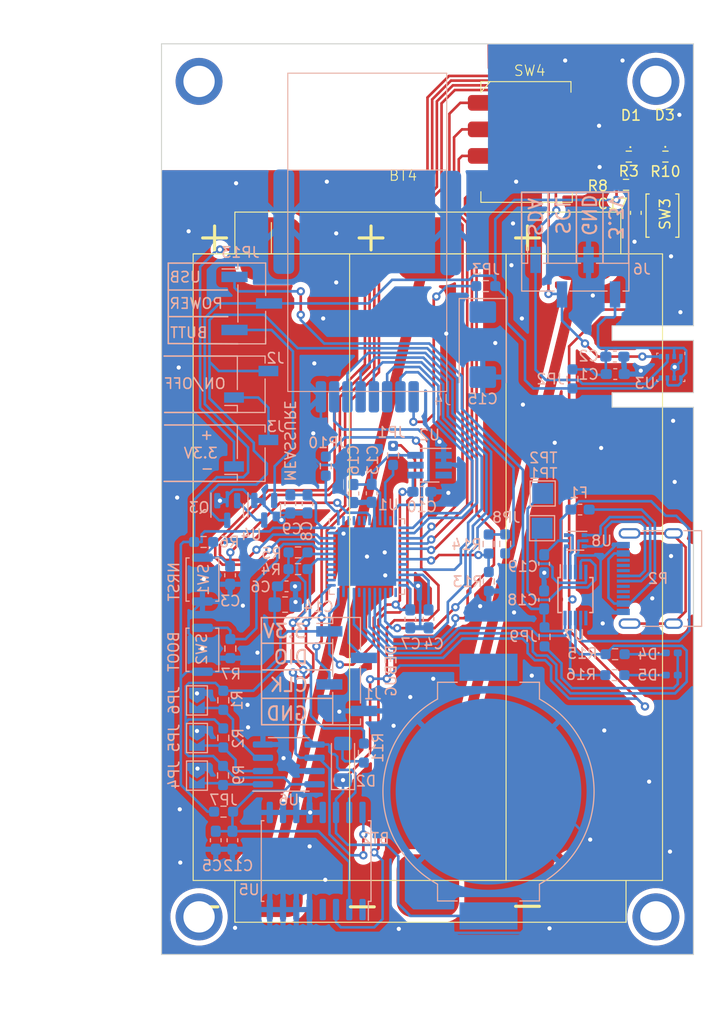
<source format=kicad_pcb>
(kicad_pcb (version 20221018) (generator pcbnew)
  (layers (0 "F.Cu" signal) (31 "B.Cu" signal) (34 "B.Paste" user) (35 "F.Paste" user) (36 "B.SilkS" user "B.Silkscreen") (37 "F.SilkS" user "F.Silkscreen") (38 "B.Mask" user) (39 "F.Mask" user) (44 "Edge.Cuts" user))
  (net 0 "")
  (net 1 "GND")
  (net 2 "+3.3V")
  (net 3 "NRST")
  (net 4 "Net-(U1-VCAP1)")
  (net 5 "Net-(JP7-A)")
  (net 6 "Net-(D1-K)")
  (net 7 "LED_Green")
  (net 8 "Net-(D2-A)")
  (net 9 "Net-(D3-K)")
  (net 10 "LED_Red")
  (net 11 "PA13")
  (net 12 "PA14")
  (net 13 "Net-(JP1-A)")
  (net 14 "EXTERNAL_WOKE_UP")
  (net 15 "Net-(JP4-B)")
  (net 16 "Net-(JP5-B)")
  (net 17 "Net-(JP6-B)")
  (net 18 "SCL")
  (net 19 "SDA")
  (net 20 "BOOT0")
  (net 26 "nrf_IRQ")
  (net 27 "nrf_CE")
  (net 28 "nrf_CS")
  (net 31 "nrf_SCK")
  (net 33 "ADC")
  (net 34 "nrf_MISO")
  (net 35 "nrf_MOSI")
  (net 36 "ACTION")
  (net 37 "Net-(JP13-A)")
  (net 42 "Net-(JP8-B)")
  (net 45 "Net-(BT4-+)")
  (net 46 "+5V")
  (net 49 "Net-(D4-K)")
  (net 50 "Net-(D4-A)")
  (net 51 "Net-(D5-K)")
  (net 52 "Net-(F1-Pad2)")
  (net 53 "Net-(J2-Pin_1)")
  (net 54 "1")
  (net 55 "2")
  (net 56 "4")
  (net 57 "8")
  (net 58 "Net-(JP13-B)")
  (net 60 "Net-(P2-D+)")
  (net 61 "Net-(P2-D-)")
  (net 63 "unconnected-(P2-SHIELD-PadS1)")
  (net 64 "Net-(Q3-S)")
  (net 65 "TX")
  (net 66 "RX")
  (net 67 "Net-(U7-UD+)")
  (net 68 "Net-(U7-UD-)")
  (net 70 "Net-(U7-~{CTS})")
  (net 71 "Net-(U7-~{RTS})")
  (net 72 "Bat_voltage")
  (net 74 "Net-(J6-Pin_4)")
  (net 75 "Net-(J4-Pin_1)")
  (net 76 "Net-(U1-VREF+)")
  (net 79 "RTC_VBAT")
  (net 80 "Net-(JP10-B)")
  (footprint "Resistor_SMD:R_0603_1608Metric_Pad0.98x0.95mm_HandSolder" (layer "F.Cu") (at -124.2875 34.6 180)
    (fp_text reference "R10")
    (fp_text value "300")
  )
  (footprint "Button_Switch_SMD:SW_Push_SPST_NO_Alps_SKRK" (layer "F.Cu") (at -124.575 40.25 -90)
    (fp_text reference "SW3")
    (fp_text value "SW_Push")
  )
  (footprint "Symbol_Library:DIP_nuttons_4x" (layer "F.Cu") (at -131.82 29.4535)
    (fp_text reference "SW4")
    (fp_text value "SW_DIP_x04")
  )
  (footprint "LED_SMD:LED_0402_1005Metric_Pad0.77x0.64mm_HandSolder" (layer "F.Cu") (at -127.65 32.4275 90)
    (fp_text reference "D1")
    (fp_text value "LED")
  )
  (footprint "Resistor_SMD:R_0603_1608Metric_Pad0.98x0.95mm_HandSolder" (layer "F.Cu") (at -127.8 34.6)
    (fp_text reference "R3")
    (fp_text value "300")
  )
  (footprint "Resistor_SMD:R_0603_1608Metric_Pad0.98x0.95mm_HandSolder" (layer "F.Cu") (at -128.0625 37.3)
    (fp_text reference "R8")
    (fp_text value "10k")
  )
  (footprint "Symbol_Library:3X_AA_holder" (layer "F.Cu") (at -149.566 53.914)
    (fp_text reference "BT4")
    (fp_text value "Battery_AA")
  )
  (footprint "Capacitor_SMD:C_0603_1608Metric_Pad1.08x0.95mm_HandSolder" (layer "F.Cu") (at -127.125 39.9875 -90)
    (fp_text reference "C17")
    (fp_text value "0.1uF")
  )
  (footprint "LED_SMD:LED_0402_1005Metric_Pad0.77x0.64mm_HandSolder" (layer "F.Cu") (at -124.3 32.4025 90)
    (fp_text reference "D3")
    (fp_text value "LED")
  )
  (footprint "Capacitor_SMD:C_0603_1608Metric_Pad1.08x0.95mm_HandSolder" (layer "B.Cu") (at -160.6125 75.75)
    (fp_text reference "C6")
    (fp_text value "0.1uF")
  )
  (footprint "Connector_PinHeader_2.54mm:PinHeader_1x04_P2.54mm_Vertical_SMD_Pin1Right" (layer "B.Cu") (at -154.855 83.87 180)
    (fp_text reference "J1")
    (fp_text value "DEBUG")
  )
  (footprint "Resistor_SMD:R_0603_1608Metric_Pad0.98x0.95mm_HandSolder" (layer "B.Cu") (at -129.1375 84.25 180)
    (fp_text reference "R16")
    (fp_text value "1k")
  )
  (footprint "Connector_USB:USB_C_Receptacle_G-Switch_GT-USB-7010ASV" (layer "B.Cu") (at -124.6 75 -90)
    (fp_text reference "P2")
    (fp_text value "USB_C_Plug_USB2.0")
  )
  (footprint "Capacitor_SMD:C_0603_1608Metric_Pad1.08x0.95mm_HandSolder" (layer "B.Cu") (at -135.916 77.0465 90)
    (fp_text reference "C18")
    (fp_text value "0.1uF")
  )
  (footprint "Package_TO_SOT_SMD:SOT-23" (layer "B.Cu") (at -166.3 68.4875 -90)
    (fp_text reference "Q3")
    (fp_text value "FDN358P" hide)
  )
  (footprint "Connector_PinSocket_2.54mm:PinSocket_1x02_P2.54mm_Vertical_SMD_Pin1Left" (layer "B.Cu") (at -164 56.4)
    (fp_text reference "J2")
    (fp_text value "Power Button")
  )
  (footprint "Battery:BatteryHolder_MPD_BC2003_1x2032" (layer "B.Cu") (at -141.25 95.405 90)
    (fp_text reference "BT2")
    (fp_text value "Battery_Cell")
  )
  (footprint "Resistor_SMD:R_0603_1608Metric_Pad0.98x0.95mm_HandSolder" (layer "B.Cu") (at -159.5125 72.5)
    (fp_text reference "R5")
    (fp_text value "4.7k")
  )
  (footprint "LED_SMD:LED_0402_1005Metric_Pad0.77x0.64mm_HandSolder" (layer "B.Cu") (at -123.6775 82.125)
    (fp_text reference "D4")
    (fp_text value "LED")
  )
  (footprint "Resistor_SMD:R_0805_2012Metric_Pad1.20x1.40mm_HandSolder" (layer "B.Cu") (at -160.75 77.5)
    (fp_text reference "C14")
    (fp_text value "22uF")
  )
  (footprint "Resistor_SMD:R_0603_1608Metric_Pad0.98x0.95mm_HandSolder" (layer "B.Cu") (at -153.2 91.7125 90)
    (fp_text reference "R11")
    (fp_text value "200")
  )
  (footprint "Capacitor_SMD:C_0603_1608Metric_Pad1.08x0.95mm_HandSolder" (layer "B.Cu") (at -129.0995 55.424)
    (fp_text reference "C1")
    (fp_text value "100n")
  )
  (footprint "Resistor_SMD:R_0603_1608Metric_Pad0.98x0.95mm_HandSolder" (layer "B.Cu") (at -159.5125 74.1)
    (fp_text reference "R4")
    (fp_text value "4.7k")
  )
  (footprint "Resistor_SMD:R_0603_1608Metric_Pad0.98x0.95mm_HandSolder" (layer "B.Cu") (at -156.85 64.2375 -90)
    (fp_text reference "JP10")
    (fp_text value "RTC internal  R0 0603")
  )
  (footprint "TestPoint:TestPoint_Pad_2.0x2.0mm" (layer "B.Cu") (at -136.116 70.184 -90)
    (fp_text reference "TP1")
    (fp_text value "CTS")
  )
  (footprint "Package_TO_SOT_SMD:SOT-23" (layer "B.Cu") (at -162.75 68.4625 -90)
    (fp_text reference "U4")
    (fp_text value "MCP1700x-120xxTT" hide)
  )
  (footprint "Package_SO:SOIC-16W_7.5x10.3mm_P1.27mm" (layer "B.Cu") (at -157.775 102.05 90)
    (fp_text reference "U5")
    (fp_text value "DS3231M")
  )
  (footprint "Resistor_SMD:R_0603_1608Metric_Pad0.98x0.95mm_HandSolder" (layer "B.Cu") (at -168.5625 71.5 180)
    (fp_text reference "R6")
    (fp_text value "10k")
  )
  (footprint "Capacitor_SMD:C_0603_1608Metric_Pad1.08x0.95mm_HandSolder" (layer "B.Cu") (at -147.6375 66.7)
    (fp_text reference "C10")
    (fp_text value "1uF")
  )
  (footprint "Resistor_SMD:R_0603_1608Metric_Pad0.98x0.95mm_HandSolder" (layer "B.Cu") (at -150.4 63.2125 90)
    (fp_text reference "JP1")
    (fp_text value "External wokepup")
  )
  (footprint "Jumper:SolderJumper-2_P1.3mm_Open_TrianglePad1.0x1.5mm" (layer "B.Cu") (at -169.2 86.675 -90)
    (fp_text reference "JP6")
    (fp_text value "A2")
  )
  (footprint "Resistor_SMD:R_0603_1608Metric_Pad0.98x0.95mm_HandSolder" (layer "B.Cu") (at -135.875 80.5875 -90)
    (fp_text reference "JP9")
    (fp_text value "UART LEDs ")
  )
  (footprint "Resistor_SMD:R_0603_1608Metric_Pad0.98x0.95mm_HandSolder" (layer "B.Cu") (at -166.675 86.6625 -90)
    (fp_text reference "R1")
    (fp_text value "4.7k")
  )
  (footprint "Capacitor_SMD:C_0603_1608Metric_Pad1.08x0.95mm_HandSolder" (layer "B.Cu") (at -147 78.8625 -90)
    (fp_text reference "C4")
    (fp_text value "0.1uF")
  )
  (footprint "Resistor_SMD:R_0603_1608Metric_Pad0.98x0.95mm_HandSolder" (layer "B.Cu") (at -139.65 71.6875 90)
    (fp_text reference "JP8")
    (fp_text value "On/Off ADC divider (optional)")
  )
  (footprint "Connector_PinSocket_2.54mm:PinSocket_1x02_P2.54mm_Vertical_SMD_Pin1Left" (layer "B.Cu") (at -164 63)
    (fp_text reference "J3")
    (fp_text value "Measure current")
  )
  (footprint "Package_DFN_QFN:QFN-48-1EP_7x7mm_P0.5mm_EP5.6x5.6mm" (layer "B.Cu") (at -152.9 72.9 -90)
    (fp_text reference "U1")
    (fp_text value "STM32F401CCUx")
  )
  (footprint "Jumper:SolderJumper-2_P1.3mm_Open_TrianglePad1.0x1.5mm" (layer "B.Cu") (at -169.2 93.875 -90)
    (fp_text reference "JP4")
    (fp_text value "A0")
  )
  (footprint "Capacitor_SMD:C_0603_1608Metric_Pad1.08x0.95mm_HandSolder" (layer "B.Cu") (at -165.8 100.0625 -90)
    (fp_text reference "C12")
    (fp_text value "100n")
  )
  (footprint "Diode_SMD:D_MiniMELF" (layer "B.Cu") (at -155.2 92.55 90)
    (fp_text reference "D2")
    (fp_text value "1N914WT")
  )
  (footprint "Capacitor_SMD:C_0603_1608Metric_Pad1.08x0.95mm_HandSolder" (layer "B.Cu") (at -129.1375 53.75)
    (fp_text reference "C2")
    (fp_text value "100n")
  )
  (footprint "Resistor_SMD:R_0603_1608Metric_Pad0.98x0.95mm_HandSolder" (layer "B.Cu") (at -129.1125 82.25 180)
    (fp_text reference "R15")
    (fp_text value "1k")
  )
  (footprint "Capacitor_SMD:C_0603_1608Metric_Pad1.08x0.95mm_HandSolder" (layer "B.Cu") (at -160.25 67.8625 -90)
    (fp_text reference "C9")
    (fp_text value "0.1uF")
  )
  (footprint "Package_SO:MSOP-10_3x3mm_P0.5mm" (layer "B.Cu") (at -132.916 76.584 -90)
    (fp_text reference "U7")
    (fp_text value "CH340E")
  )
  (footprint "Capacitor_SMD:C_0603_1608Metric_Pad1.08x0.95mm_HandSolder" (layer "B.Cu") (at -152.454 66.8395 -90)
    (fp_text reference "C13")
    (fp_text value "1uF")
  )
  (footprint "Capacitor_SMD:C_0603_1608Metric_Pad1.08x0.95mm_HandSolder" (layer "B.Cu") (at -167.4 100.0625 -90)
    (fp_text reference "C5")
    (fp_text value "1u")
  )
  (footprint "Resistor_SMD:R_0603_1608Metric_Pad0.98x0.95mm_HandSolder" (layer "B.Cu") (at -166.675 90.2625 -90)
    (fp_text reference "R2")
    (fp_text value "4.7k")
  )
  (footprint "Button_Switch_SMD:SW_Push_SPST_NO_Alps_SKRK" (layer "B.Cu") (at -168.68 81.826 -90)
    (fp_text reference "SW2")
    (fp_text value "SW_Push")
  )
  (footprint "Package_TO_SOT_SMD:SOT-23-6_Handsoldering" (layer "B.Cu") (at -146.9 64.15 180)
    (fp_text reference "U2")
    (fp_text value "~")
  )
  (footprint "Resistor_SMD:R_0603_1608Metric_Pad0.98x0.95mm_HandSolder" (layer "B.Cu") (at -141.221 75.2875 -90)
    (fp_text reference "R13")
    (fp_text value "???")
  )
  (footprint "Capacitor_SMD:C_0603_1608Metric_Pad1.08x0.95mm_HandSolder" (layer "B.Cu") (at -148.75 78.8625 -90)
    (fp_text reference "C7")
    (fp_text value "0.1uF")
  )
  (footprint "Jumper:SolderJumper-2_P1.3mm_Open_TrianglePad1.0x1.5mm" (layer "B.Cu") (at -169.2 90.275 -90)
    (fp_text reference "JP5")
    (fp_text value "A1")
  )
  (footprint "Capacitor_SMD:C_0603_1608Metric_Pad1.08x0.95mm_HandSolder" (layer "B.Cu") (at -154.2 66.8625 -90)
    (fp_text reference "C16")
    (fp_text value "10nF")
  )
  (footprint "Fuse:Fuse_0603_1608Metric_Pad1.05x0.95mm_HandSolder" (layer "B.Cu") (at -132.475 68.4)
    (fp_text reference "F1")
    (fp_text value "Fuse")
  )
  (footprint "Resistor_SMD:R_0603_1608Metric_Pad0.98x0.95mm_HandSolder" (layer "B.Cu") (at -141.5125 47)
    (fp_text reference "JP3")
    (fp_text value "NRF R0 0603")
  )
  (footprint "Resistor_SMD:R_0603_1608Metric_Pad0.98x0.95mm_HandSolder" (layer "B.Cu") (at -133.2 55.8875 -90)
    (fp_text reference "JP2")
    (fp_text value "R0 0603")
  )
  (footprint "Resistor_SMD:R_0603_1608Metric_Pad0.98x0.95mm_HandSolder" (layer "B.Cu") (at -166 81.7125 -90)
    (fp_text reference "R7")
    (fp_text value "10k")
  )
  (footprint "Button_Switch_SMD:SW_Push_SPST_NO_Alps_SKRK" (layer "B.Cu") (at -168.675 75.1 -90)
    (fp_text reference "SW1")
    (fp_text value "SW_Push")
  )
  (footprint "Capacitor_SMD:C_0603_1608Metric_Pad1.08x0.95mm_HandSolder" (layer "B.Cu") (at -135.916 73.5875 -90)
    (fp_text reference "C19")
    (fp_text value "0.1uF")
  )
  (footprint "Resistor_SMD:R_0603_1608Metric_Pad0.98x0.95mm_HandSolder" (layer "B.Cu") (at -166.6525 97.325 180)
    (fp_text reference "JP7")
    (fp_text value "RTC ON  R0 0603")
  )
  (footprint "Capacitor_SMD:C_0603_1608Metric_Pad1.08x0.95mm_HandSolder" (layer "B.Cu") (at -166.025 74.6875 -90)
    (fp_text reference "C3")
    (fp_text value "0.1uF")
  )
  (footprint "Symbol_Library:NRF24L01" (layer "B.Cu") (at -145.253 57.092 90)
    (fp_text reference "J4")
    (fp_text value "NRF24L01+PA+LNA")
  )
  (footprint "Resistor_SMD:R_0603_1608Metric_Pad0.98x0.95mm_HandSolder" (layer "B.Cu") (at -166.7 93.8625 -90)
    (fp_text reference "R9")
    (fp_text value "4.7k")
  )
  (footprint "Capacitor_SMD:C_0603_1608Metric_Pad1.08x0.95mm_HandSolder" (layer "B.Cu") (at -158.6 67.8625 -90)
    (fp_text reference "C8")
    (fp_text value "0.1uF")
  )
  (footprint "Connector_PinHeader_2.54mm:PinHeader_1x03_P2.54mm_Vertical_SMD_Pin1Right" (layer "B.Cu") (at -163.945 48.66 180)
    (fp_text reference "JP13")
    (fp_text value "Power from USB")
  )
  (footprint "Capacitor_Tantalum_SMD:CP_EIA-7343-31_Kemet-D" (layer "B.Cu") (at -141.8 52.6 -90)
    (fp_text reference "C15")
    (fp_text value "470uF")
  )
  (footprint "Package_TO_SOT_SMD:SOT-666" (layer "B.Cu") (at -132.916 71.384 180)
    (fp_text reference "U8")
    (fp_text value "USBLC6-2P6")
  )
  (footprint "TestPoint:TestPoint_Pad_2.0x2.0mm" (layer "B.Cu") (at -136.055 66.86 -90)
    (fp_text reference "TP2")
    (fp_text value "RTS")
  )
  (footprint "Connector_PinHeader_2.54mm:PinHeader_1x04_P2.54mm_Vertical_SMD_Pin1Left" (layer "B.Cu") (at -132.93 46.145 -90)
    (fp_text reference "J6")
    (fp_text value "External I2C")
  )
  (footprint "LED_SMD:LED_0402_1005Metric_Pad0.77x0.64mm_HandSolder" (layer "B.Cu") (at -123.6775 84.25)
    (fp_text reference "D5")
    (fp_text value "LED")
  )
  (footprint "Package_LGA:Bosch_LGA-8_2.5x2.5mm_P0.65mm_ClockwisePinNumbering" (layer "B.Cu") (at -123.775 54.775 180)
    (fp_text reference "U3")
    (fp_text value "BME280")
  )
  (footprint "Resistor_SMD:R_0603_1608Metric_Pad0.98x0.95mm_HandSolder" (layer "B.Cu") (at -141.239 71.6975 -90)
    (fp_text reference "R14")
    (fp_text value "???")
  )
  (footprint "Package_SO:SOIC-8_3.9x4.9mm_P1.27mm" (layer "B.Cu") (at -160.4 92.8)
    (fp_text reference "U6")
    (fp_text value "AT24CS02-SSHM")
  )
  (gr_line (start -163 89) (end -163.025 78.75) (stroke (width 0.15)) (layer "B.SilkS"))
  (gr_line (start -135.55 38.0375) (end -135.55 44.775) (stroke (width 0.15)) (layer "B.SilkS"))
  (gr_line (start -138.075 38.0125) (end -127.825 37.9875) (stroke (width 0.15)) (layer "B.SilkS"))
  (gr_line (start -162.975 86.475) (end -156.2375 86.475) (stroke (width 0.15)) (layer "B.SilkS"))
  (gr_line (start -171.95 44.8) (end -171.95 52.5) (stroke (width 0.15)) (layer "B.SilkS"))
  (gr_line (start -165.33 60.3) (end -172.3 60.3) (stroke (width 0.15)) (layer "B.SilkS"))
  (gr_line (start -132.825 38.0125) (end -132.825 44.75) (stroke (width 0.15)) (layer "B.SilkS"))
  (gr_line (start -163 83.75) (end -156.2625 83.75) (stroke (width 0.15)) (layer "B.SilkS"))
  (gr_line (start -166.25 49.925) (end -171.95 49.925) (stroke (width 0.15)) (layer "B.SilkS"))
  (gr_line (start -138.075 38.0125) (end -138.07 44.7625) (stroke (width 0.15)) (layer "B.SilkS"))
  (gr_line (start -127.825 37.9875) (end -127.805 44.8275) (stroke (width 0.15)) (layer "B.SilkS"))
  (gr_line (start -163.025 78.75) (end -156.185 78.73) (stroke (width 0.15)) (layer "B.SilkS"))
  (gr_line (start -163 81.2) (end -156.25 81.2) (stroke (width 0.15)) (layer "B.SilkS"))
  (gr_line (start -163 89) (end -156.25 88.995) (stroke (width 0.15)) (layer "B.SilkS"))
  (gr_line (start -165.275 44.79) (end -171.95 44.8) (stroke (width 0.15)) (layer "B.SilkS"))
  (gr_line (start -165.33 59.1) (end -172.3 59.1) (stroke (width 0.15)) (layer "B.SilkS"))
  (gr_line (start -165.33 65.7) (end -172.35 65.7) (stroke (width 0.15)) (layer "B.SilkS"))
  (gr_line (start -130.275 38.0125) (end -130.275 44.7625) (stroke (width 0.15)) (layer "B.SilkS"))
  (gr_line (start -165.33 53.7) (end -172.35 53.7) (stroke (width 0.15)) (layer "B.SilkS"))
  (gr_line (start -165.275 52.53) (end -171.95 52.5) (stroke (width 0.15)) (layer "B.SilkS"))
  (gr_line (start -166.3 47.375) (end -171.95 47.375) (stroke (width 0.15)) (layer "B.SilkS"))
  (gr_line (start -129.4 58.6) (end -121.6 58.6) (stroke (width 0.1)) (layer "Edge.Cuts"))
  (gr_line (start -172.6 23.8) (end -121.6 23.8) (stroke (width 0.1)) (layer "Edge.Cuts"))
  (gr_line (start -121.6 52.2) (end -121.6 57.2) (stroke (width 0.1)) (layer "Edge.Cuts"))
  (gr_line (start -172.6 111) (end -172.6 23.8) (stroke (width 0.1)) (layer "Edge.Cuts"))
  (gr_line (start -129.4 57.2) (end -129.4 58.6) (stroke (width 0.1)) (layer "Edge.Cuts"))
  (gr_line (start -129.4 52.2) (end -129.4 50.8) (stroke (width 0.1)) (layer "Edge.Cuts"))
  (gr_line (start -121.6 58.6) (end -121.6 111) (stroke (width 0.1)) (layer "Edge.Cuts"))
  (gr_line (start -129.4 50.8) (end -121.6 50.8) (stroke (width 0.1)) (layer "Edge.Cuts"))
  (gr_line (start -121.6 111) (end -172.6 111) (stroke (width 0.1)) (layer "Edge.Cuts"))
  (gr_line (start -121.6 52.2) (end -129.4 52.2) (stroke (width 0.1)) (layer "Edge.Cuts"))
  (gr_line (start -121.6 57.2) (end -129.4 57.2) (stroke (width 0.1)) (layer "Edge.Cuts"))
  (gr_line (start -121.6 23.8) (end -121.6 50.8) (stroke (width 0.1)) (layer "Edge.Cuts"))
  (gr_text "DEBUG" (at -150 81.25 90) (layer "B.SilkS") (effects (font (size 1 1)) (justify left bottom mirror)))
  (gr_text "POWER" (at -166.625 49.25) (layer "B.SilkS") (effects (font (size 1 1)) (justify left bottom mirror)))
  (gr_text "ON/OFF" (at -166.35 56.925) (layer "B.SilkS") (effects (font (size 1 1)) (justify left bottom mirror)))
  (gr_text "SDA" (at -137.575 42.35 270) (layer "B.SilkS") (effects (font (size 1.3 1.3) (thickness 0.2)) (justify left bottom mirror)))
  (gr_text "-" (at -167.5 65.025) (layer "B.SilkS") (effects (font (size 1 1)) (justify left bottom mirror)))
  (gr_text "GND" (at -132.4 42.325 270) (layer "B.SilkS") (effects (font (size 1.3 1.3) (thickness 0.2)) (justify left bottom mirror)))
  (gr_text "BUTT" (at -168.1 52.05) (layer "B.SilkS") (effects (font (size 1 1)) (justify left bottom mirror)))
  (gr_text "3.3V" (at -158.525 80.8) (layer "B.SilkS") (effects (font (size 1.3 1.3) (thickness 0.2)) (justify left bottom mirror)))
  (gr_text "USB" (at -168.725 46.725) (layer "B.SilkS") (effects (font (size 1 1)) (justify left bottom mirror)))
  (gr_text "GND" (at -158.45 88.7) (layer "B.SilkS") (effects (font (size 1.3 1.3) (thickness 0.2)) (justify left bottom mirror)))
  (gr_text "CLK" (at -158.425 85.95) (layer "B.SilkS") (effects (font (size 1.3 1.3) (thickness 0.2)) (justify left bottom mirror)))
  (gr_text "+" (at -167.55 61.8) (layer "B.SilkS") (effects (font (size 1 1)) (justify left bottom mirror)))
  (gr_text "NRST" (at -170.825 73.325 90) (layer "B.SilkS") (effects (font (size 1 1)) (justify left bottom mirror)))
  (gr_text "SCL" (at -134.925 42.175 270) (layer "B.SilkS") (effects (font (size 1.3 1.3) (thickness 0.2)) (justify left bottom mirror)))
  (gr_text "3.3V" (at -167.125 63.575) (layer "B.SilkS") (effects (font (size 1 1)) (justify left bottom mirror)))
  (gr_text "3.3V" (at -129.85 42.675 270) (layer "B.SilkS") (effects (font (size 1.3 1.3) (thickness 0.2)) (justify left bottom mirror)))
  (gr_text "MEASSURE" (at -160.9 65.8 270) (layer "B.SilkS") (effects (font (size 1 1)) (justify left bottom mirror)))
  (gr_text "DIO" (at -158.425 83.3) (layer "B.SilkS") (effects (font (size 1.3 1.3) (thickness 0.2)) (justify left bottom mirror)))
  (gr_text "BOOT" (at -170.85 79.975 90) (layer "B.SilkS") (effects (font (size 1 1)) (justify left bottom mirror)))
  (via (at -169 27.4) (size 4.5) (drill 3) (layers "F.Cu" "B.Cu") (net 0))
  (via (at -125.2 107.4) (size 4.5) (drill 3) (layers "F.Cu" "B.Cu") (net 0))
  (via (at -169 107.4) (size 4.5) (drill 3) (layers "F.Cu" "B.Cu") (net 0))
  (segment (start -125.2 34.6) (end -126.8875 34.6) (width 0.25) (layer "F.Cu") (net 1))
  (segment (start -127.25 40.975) (end -127.125 40.85) (width 0.25) (layer "F.Cu") (net 1))
  (segment (start -131.566 104.414) (end -131.5 104.348) (width 0.25) (layer "F.Cu") (net 1))
  (segment (start -125.625 42.35) (end -127.125 40.85) (width 0.25) (layer "F.Cu") (net 1))
  (segment (start -124.575 42.35) (end -125.625 42.35) (width 0.25) (layer "F.Cu") (net 1))
  (segment (start -127.25 42.75) (end -127.25 40.975) (width 0.25) (layer "F.Cu") (net 1))
  (segment (start -131.5 104.348) (end -131.5 100) (width 0.25) (layer "F.Cu") (net 1))
  (via (at -170 41.75) (size 0.8) (drill 0.4) (layers "F.Cu" "B.Cu") (net 1))
  (via (at -170.95 54.8) (size 0.8) (drill 0.4) (layers "F.Cu" "B.Cu") (net 1))
  (via (at -126.65 55.1) (size 0.8) (drill 0.4) (layers "F.Cu" "B.Cu") (net 1))
  (via (at -131.25 47.9) (size 0.8) (drill 0.4) (layers "F.Cu" "B.Cu") (net 1))
  (via (at -158.05 61.1) (size 0.8) (drill 0.4) (layers "F.Cu" "B.Cu") (net 1))
  (via (at -161.1 69.4) (size 0.8) (drill 0.4) (layers "F.Cu" "B.Cu") (net 1))
  (via (at -142.05 77.65) (size 0.8) (drill 0.4) (layers "F.Cu" "B.Cu") (net 1))
  (via (at -155.55 87.75) (size 0.8) (drill 0.4) (layers "F.Cu" "B.Cu") (net 1))
  (via (at -138.9 41) (size 0.8) (drill 0.4) (layers "F.Cu" "B.Cu") (net 1))
  (via (at -140.6 52.45) (size 0.8) (drill 0.4) (layers "F.Cu" "B.Cu") (net 1))
  (via (at -155.15 70.7) (size 0.8) (drill 0.4) (layers "F.Cu" "B.Cu") (net 1))
  (via (at -151.15 74.7) (size 0.8) (drill 0.4) (layers "F.Cu" "B.Cu") (net 1))
  (via (at -123.4 54.75) (size 0.8) (drill 0.4) (layers "F.Cu" "B.Cu") (net 1))
  (via (at -130.45 62.5) (size 0.8) (drill 0.4) (layers "F.Cu" "B.Cu") (net 1))
  (via (at -159.8 75.75) (size 0.8) (drill 0.4) (layers "F.Cu" "B.Cu") (net 1))
  (via (at -130.15 89.55) (size 0.8) (drill 0.4) (layers "F.Cu" "B.Cu") (net 1))
  (via (at -155.85 41.95) (size 0.8) (drill 0.4) (layers "F.Cu" "B.Cu") (net 1))
  (via (at -123.75 44.15) (size 0.8) (drill 0.4) (layers "F.Cu" "B.Cu") (net 1))
  (via (at -138.05 50.1) (size 0.8) (drill 0.4) (layers "F.Cu" "B.Cu") (net 1))
  (via (at -123.4 65.75) (size 0.8) (drill 0.4) (layers "F.Cu" "B.Cu") (net 1))
  (via (at -145.1 66.8) (size 0.8) (drill 0.4) (layers "F.Cu" "B.Cu") (net 1))
  (via (at -134.9 62) (size 0.8) (drill 0.4) (layers "F.Cu" "B.Cu") (net 1))
  (via (at -163.4 82.1) (size 0.8) (drill 0.4) (layers "F.Cu" "B.Cu") (net 1))
  (via (at -149.85 108.55) (size 0.8) (drill 0.4) (layers "F.Cu" "B.Cu") (net 1))
  (via (at -148 75.7) (size 0.8) (drill 0.4) (layers "F.Cu" "B.Cu") (net 1))
  (via (at -137.95 58.35) (size 0.8) (drill 0.4) (layers "F.Cu" "B.Cu") (net 1))
  (via (at -159.75 77.25) (size 0.8) (drill 0.4) (layers "F.Cu" "B.Cu") (net 1))
  (via (at -137.1 84.3) (size 0.8) (drill 0.4) (layers "F.Cu" "B.Cu") (net 1))
  (via (at -164.3 89.25) (size 0.8) (drill 0.4) (layers "F.Cu" "B.Cu") (net 1))
  (via (at -135.9 74.45) (size 0.8) (drill 0.4) (layers "F.Cu" "B.Cu") (net 1))
  (via (at -158.35 97.4) (size 0.8) (drill 0.4) (layers "F.Cu" "B.Cu") (net 1))
  (via (at -130.6 35.6) (size 0.8) (drill 0.4) (layers "F.Cu" "B.Cu") (net 1))
  (via (at -138.8 78.25) (size 0.8) (drill 0.4) (layers "F.Cu" "B.Cu") (net 1))
  (via (at -125.55 76.9) (size 0.8) (drill 0.4) (layers "F.Cu" "B.Cu") (net 1))
  (via (at -130.65 31.65) (size 0.8) (drill 0.4) (layers "F.Cu" "B.Cu") (net 1))
  (via (at -146.55 84.6) (size 0.8) (drill 0.4) (layers "F.Cu" "B.Cu") (net 1))
  (via (at -123.85 101.15) (size 0.8) (drill 0.4) (layers "F.Cu" "B.Cu") (net 1))
  (via (at -165.45 37.15) (size 0.8) (drill 0.4) (layers "F.Cu" "B.Cu") (net 1))
  (via (at -130.3 79.3) (size 0.8) (drill 0.4) (layers "F.Cu" "B.Cu") (net 1))
  (via (at -168.7 81.7) (size 0.8) (drill 0.4) (layers "F.Cu" "B.Cu") (net 1))
  (via (at -171.1 67.25) (size 0.8) (drill 0.4) (layers "F.Cu" "B.Cu") (net 1))
  (via (at -131.5 100) (size 0.8) (drill 0.4) (layers "F.Cu" "B.Cu") (net 1))
  (via (at -169.2 89.6) (size 0.8) (drill 0.4) (layers "F.Cu" "B.Cu") (net 1))
  (via (at -157.1 50.1) (size 0.8) (drill 0.4) (layers "F.Cu" "B.Cu") (net 1))
  (via (at -139.05 45) (size 0.8) (drill 0.4) (layers "F.Cu" "B.Cu") (net 1))
  (via (at -152.9 72.9) (size 0.8) (drill 0.4) (layers "F.Cu" "B.Cu") (net 1))
  (via (at -164.35 87.1) (size 0.8) (drill 0.4) (layers "F.Cu" "B.Cu") (net 1))
  (via (at -145.95 61.9) (size 0.8) (drill 0.4) (layers "F.Cu" "B.Cu") (net 1))
  (via (at -151.2 72.5) (size 0.8) (drill 0.4) (layers "F.Cu" "B.Cu") (net 1))
  (via (at -157.95 54.4) (size 0.8) (drill 0.4) (layers "F.Cu" "B.Cu") (net 1))
  (via (at -122.95 30.6) (size 0.8) (drill 0.4) (layers "F.Cu" "B.Cu") (net 1))
  (via (at -123.75 72.85) (size 0.8) (drill 0.4) (layers "F.Cu" "B.Cu") (net 1))
  (via (at -169.15 93.2) (size 0.8) (drill 0.4) (layers "F.Cu" "B.Cu") (net 1))
  (via (at -156.9 103.85) (size 0.8) (drill 0.4) (layers "F.Cu" "B.Cu") (net 1))
  (via (at -167 67.55) (size 0.8) (drill 0.4) (layers "F.Cu" "B.Cu") (net 1))
  (via (at -169.2 86) (size 0.8) (drill 0.4) (layers "F.Cu" "B.Cu") (net 1))
  (via (at -165.55 108.45) (size 0.8) (drill 0.4) (layers "F.Cu" "B.Cu") (net 1))
  (via (at -158.4 100.65) (size 0.8) (drill 0.4) (layers "F.Cu" "B.Cu") (net 1))
  (via (at -170.85 97.1) (size 0.8) (drill 0.4) (layers "F.Cu" "B.Cu") (net 1))
  (via (at -168.55 75.05) (size 0.8) (drill 0.4) (layers "F.Cu" "B.Cu") (net 1))
  (via (at -155.85 46.65) (size 0.8) (drill 0.4) (layers "F.Cu" "B.Cu") (net 1))
  (via (at -123.55 59.9) (size 0.8) (drill 0.4) (layers "F.Cu" "B.Cu") (net 1))
  (via (at -125.85 94.45) (size 0.8) (drill 0.4) (layers "F.Cu" "B.Cu") (net 1))
  (via (at -170.8 102.2) (size 0.8) (drill 0.4) (layers "F.Cu" "B.Cu") (net 1))
  (via (at -145.3 51.55) (size 0.8) (drill 0.4) (layers "F.Cu" "B.Cu") (net 1))
  (via (at -160.9 92.2) (size 0.8) (drill 0.4) (layers "F.Cu" "B.Cu") (net 1))
  (via (at -138.6 37) (size 0.8) (drill 0.4) (layers "F.Cu" "B.Cu") (net 1))
  (via (at -148.75 86.35) (size 0.8) (drill 0.4) (layers "F.Cu" "B.Cu") (net 1))
  (via (at -150.35 89.1) (size 0.8) (drill 0.4) (layers "F.Cu" "B.Cu") (net 1))
  (via (at -127.25 42.75) (size 0.8) (drill 0.4) (layers "F.Cu" "B.Cu") (net 1))
  (via (at -133.9 25.4) (size 0.8) (drill 0.4) (layers "F.Cu" "B.Cu") (net 1))
  (via (at -156.75 37) (size 0.8) (drill 0.4) (layers "F.Cu" "B.Cu") (net 1))
  (via (at -128.4 25.4) (size 0.8) (drill 0.4) (layers "F.Cu" "B.Cu") (net 1))
  (via (at -164.8 77.6) (size 0.8) (drill 0.4) (layers "F.Cu" "B.Cu") (net 1))
  (via (at -122.85 49.5) (size 0.8) (drill 0.4) (layers "F.Cu" "B.Cu") (net 1))
  (via (at -135.4 108.5) (size 0.8) (drill 0.4) (layers "F.Cu" "B.Cu") (net 1))
  (segment (start -129.05 71.8) (end -128.325 71.8) (width 0.25) (layer "B.Cu") (net 1))
  (segment (start -130.5 76.895) (end -130.5 73.25) (width 0.25) (layer "B.Cu") (net 1))
  (segment (start -149.465 108.935) (end -149.85 108.55) (width 0.25) (layer "B.Cu") (net 1))
  (segment (start -163.475 100.925) (end -162.2 102.2) (width 0.25) (layer "B.Cu") (net 1))
  (segment (start -147.8 79.675) (end -147.75 79.725) (width 0.25) (layer "B.Cu") (net 1))
  (segment (start -128.237 53.788) (end -128.275 53.75) (width 0.25) (layer "B.Cu") (net 1))
  (segment (start -159.565 93.435) (end -157.925 93.435) (width 0.25) (layer "B.Cu") (net 1))
  (segment (start -145.2 66.7) (end -145.1 66.8) (width 0.25) (layer "B.Cu") (net 1))
  (segment (start -155 65.25) (end -154.75 65) (width 0.25) (layer "B.Cu") (net 1))
  (segment (start -128.99 44.49) (end -127.25 42.75) (width 0.25) (layer "B.Cu") (net 1))
  (segment (start -159.8 75.75) (end -159.75 77.25) (width 0.25) (layer "B.Cu") (net 1))
  (segment (start -168.7 81.7) (end -168.55 81.7) (width 0.25) (layer "B.Cu") (net 1))
  (segment (start -168.55 81.7) (end -167.625 82.625) (width 0.25) (layer "B.Cu") (net 1))
  (segment (start -155.1 70.7) (end -155.15 70.7) (width 0.25) (layer "B.Cu") (net 1))
  (segment (start -153.5 65) (end -152.975 64.475) (width 0.25) (layer "B.Cu") (net 1))
  (segment (start -143.8 66.1) (end -143.8 64.35) (width 0.25) (layer "B.Cu") (net 1))
  (segment (start -158.35 97.4) (end -157.14 97.4) (width 0.25) (layer "B.Cu") (net 1))
  (segment (start -160.25 92.75) (end -159.565 93.435) (width 0.25) (layer "B.Cu") (net 1))
  (segment (start -154.75 65) (end -153.5 65) (width 0.25) (layer "B.Cu") (net 1))
  (segment (start -131.5 100) (end -135.5 96) (width 0.25) (layer "B.Cu") (net 1))
  (segment (start -158.41 106.7) (end -159.68 106.7) (width 0.25) (layer "B.Cu") (net 1))
  (segment (start -163.725 67.525) (end -163.6 67.525) (width 0.25) (layer "B.Cu") (net 1))
  (segment (start -152.2 67.956) (end -152.454 67.702) (width 0.25) (layer "B.Cu") (net 1))
  (segment (start -148 76.126992) (end -147.8 76.326992) (width 0.25) (layer "B.Cu") (net 1))
  (segment (start -159.75 75.75) (end -159.8 75.75) (width 0.25) (layer "B.Cu") (net 1))
  (segment (start -123.4 54.775) (end -123.4 54.75) (width 0.25) (layer "B.Cu") (net 1))
  (segment (start -167.25 67.55) (end -167 67.55) (width 0.25) (layer "B.Cu") (net 1))
  (segment (start -150.235 108.935) (end -157.465 108.935) (width 0.25) (layer "B.Cu") (net 1))
  (segment (start -130.5 73.25) (end -130.125 72.875) (width 0.25) (layer "B.Cu") (net 1))
  (segment (start -167 67.55) (end -166.55 67.55) (width 0.25) (layer "B.Cu") (net 1))
  (segment (start -162.875 90.895) (end -162.875 90.565) (width 0.25) (layer "B.Cu") (net 1))
  (segment (start -148.6 79.725) (end -147 79.725) (width 0.25) (layer "B.Cu") (net 1))
  (segment (start -150.65 75.15) (end -151.1 74.7) (width 0.25) (layer "B.Cu") (net 1))
  (segment (start -158.41 107.99) (end -158.41 106.7) (width 0.25) (layer "B.Cu") (net 1))
  (segment (start -152.454 67.702) (end -154.177 67.702) (width 0.25) (layer "B.Cu") (net 1))
  (segment (start -158.41 97.4) (end -158.35 97.4) (width 0.25) (layer "B.Cu") (net 1))
  (segment (start -160.425 68.725) (end -161.1 69.4) (width 0.25) (layer "B.Cu") (net 1))
  (segment (start -128.325 78.2) (end -129.195 78.2) (width 0.25) (layer "B.Cu") (net 1))
  (segment (start -123.45 55.8) (end -123.45 54.825) (width 0.25) (layer "B.Cu") (net 1))
  (segment (start -160.25 68.725) (end -160.425 68.725) (width 0.25) (layer "B.Cu") (net 1))
  (segment (start -162.875 90.895) (end -161.105 90.895) (width 0.25) (layer "B.Cu") (net 1))
  (segment (start -155 66.925) (end -155 65.25) (width 0.25) (layer "B.Cu") (net 1))
  (segment (start -123.375 54.75) (end -122.8 54.175) (width 0.25) (layer "B.Cu") (net 1))
  (segment (start -135.916 76.184) (end -135.9 74.45) (width 0.25) (layer "B.Cu") (net 1))
  (segment (start -152.9 72.9) (end -151.15 74.65) (width 0.25) (layer "B.Cu") (net 1))
  (segment (start -153.3125 64.1375) (end -157.320495 64.1375) (width 0.25) (layer "B.Cu") (net 1))
  (segment (start -155.15 70.65) (end -155.15 70.65) (width 0.25) (layer "B.Cu") (net 1))
  (segment (start -160.95 97.4) (end -162.22 97.4) (width 0.25) (layer "B.Cu") (net 1))
  (segment (start -160.95 106.7) (end -159.68 106.7) (width 0.25) (layer "B.Cu") (net 1))
  (segment (start -145 66.7) (end -144.4 66.7) (width 0.25) (layer "B.Cu") (net 1))
  (segment (start -161.6 68.725) (end -162.009251 68.725) (width 0.25) (layer "B.Cu") (net 1))
  (segment (start -161.105 90.895) (end -160.25 91.75) (width 0.25) (layer "B.Cu") (net 1))
  (segment (start -165.8 100.925) (end -163.475 100.925) (width 0.25) (layer "B.Cu") (net 1))
  (segment (start -132.641 71.409) (end -132.616 71.384) (width 0.25) (layer "B.Cu") (net 1))
  (segment (start -166.25 67.25) (end -166.25 67.040749) (width 0.25) (layer "B.Cu") (net 1))
  (segment (start -149.85 108.55) (end -150.235 108.935) (width 0.25) (layer "B.Cu") (net 1))
  (segment (start -154.2 67.725) (end -155 66.925) (width 0.25) (layer "B.Cu") (net 1))
  (segment (start -166.025 75.55) (end -166 75.575) (width 0.25) (layer "B.Cu") (net 1))
  (segment (start -132.616 71.384) (end -131.991 71.384) (width 0.25) (layer "B.Cu") (net 1))
  (segment (start -165.696751 66.4875) (end -164.7625 66.4875) (width 0.25) (layer "B.Cu") (net 1))
  (segment (start -153.2 87.68) (end -148.975 87.68) (width 0.25) (layer "B.Cu") (net 1))
  (segment (start -141.6 96) (end -141.6 101.4) (width 0.25) (layer "B.Cu") (net 1))
  (segment (start -162.875 90.895) (end -162.875 87.875) (width 0.25) (layer "B.Cu") (net 1))
  (segment (start -131.66 44.49) (end -128.99 44.49) (width 0.25) (layer "B.Cu") (net 1))
  (segment (start -162.009251 68.725) (end -163.209251 67.525) (width 0.25) (layer "B.Cu") (net 1))
  (segment (start -162.875 87.875) (end -162.25 87.25) (width 0.25) (layer "B.Cu") (net 1))
  (segment (start -148.976992 75.15) (end -148.426992 75.7) (width 0.25) (layer "B.Cu") (net 1))
  (segment (start -157.318 57.6) (end -157.318 60.368) (width 0.25) (layer "B.Cu") (net 1))
  (segment (start -152.2 72.2) (end -152.2 67.956) (width 0.25) (layer "B.Cu") (net 1))
  (segment (start -162.2 106.68) (end -162.22 106.7) (width 0.25) (layer "B.Cu") (net 1))
  (segment (start -152.9 72.9) (end -155.1 70.7) (width 0.25) (layer "B.Cu") (net 1))
  (segment (start -152.9 72.9) (end -152.15 72.15) (width 0.25) (layer "B.Cu") (net 1))
  (segment (start -148.426992 75.7) (end -148 75.7) (width 0.25) (layer "B.Cu") (net 1))
  (segment (start -132.641 72.520396) (end -132.641 71.409) (width 0.25) (layer "B.Cu") (net 1))
  (segment (start -167.4 100.925) (end -165.8 100.925) (width 0.25) (layer "B.Cu") (net 1))
  (segment (start -162.275 97.4) (end -162.22 97.4) (width 0.25) (layer "B.Cu") (net 1))
  (segment (start -131.5 102.29) (end -131.5 100) (width 0.25) (layer "B.Cu") (net 1))
  (segment (start -152.975 64.475) (end -152.454 63.954) (width 0.25) (layer "B.Cu") (net 1))
  (segment (start -164.7625 66.4875) (end -163.725 67.525) (width 0.25) (layer "B.Cu") (net 1))
  (segment (start -147.8 76.326992) (end -147.8 79.675) (width 0.25) (layer "B.Cu") (net 1))
  (segment (start -138.145 108.935) (end -149.465 108.935) (width 0.25) (layer "B.Cu") (net 1))
  (segment (start -144.4 66.7) (end -143.8 66.1) (width 0.25) (layer "B.Cu") (net 1))
  (segment (start -122.8 54.175) (end -122.8 53.75) (width 0.25) (layer "B.Cu") (net 1))
  (segment (start -156.3375 70.65) (end -155.15 70.65) (width 0.25) (layer "B.Cu") (net 1))
  (segment (start -161.6 68.725) (end -160.25 68.725) (width 0.25) (layer "B.Cu") (net 1))
  (segment (start -170.005 80.245) (end -168.7 81.55) (width 0.25) (layer "B.Cu") (net 1))
  (segment (start -157.465 108.935) (end -157.55 108.85) (width 0.25) (layer "B.Cu") (net 1))
  (segment (start -129.195 78.2) (end -130.5 76.895) (width 0.25) (layer "B.Cu") (net 1))
  (segment (start -149.4625 75.15) (end -148.976992 75.15) (width 0.25) (layer "B.Cu") (net 1))
  (segment (start -157.318 60.368) (end -158.05 61.1) (width 0.25) (layer "B.Cu") (net 1))
  (segment (start -152.15 72.15) (end -152.15 69.4625) (width 0.25) (layer "B.Cu") (net 1))
  (segment (start -161.915749 68.725) (end -161.6 68.725) (width 0.25) (layer "B.Cu") (net 1))
  (segment (start -152.454 63.954) (end -152.454 63.302) (width 0.25) (layer "B.Cu") (net 1))
  (segment (start -145.55 63.2) (end -145.55 64.15) (width 0.25) (layer "B.Cu") (net 1))
  (segment (start -158.05 63.407995) (end -158.05 61.1) (width 0.25) (layer "B.Cu") (net 1))
  (segment (start -155.15 75.15) (end -155.15 76.3375) (width 0.25) (layer "B.Cu") (net 1))
  (segment (start -132.916 74.384) (end -132.916 72.795396) (width 0.25) (layer "B.Cu") (net 1))
  (segment (start -166.25 67.040749) (end -165.696751 66.4875) (width 0.25) (layer "B.Cu") (net 1))
  (segment (start -152.9 72.9) (end -152.2 72.2) (width 0.25) (layer "B.Cu") (net 1))
  (segment (start -143.8 64.35) (end -144 64.15) (width 0.25) (layer "B.Cu") (net 1))
  (segment (start -168.675 77.2) (end -166.2 77.2) (width 0.25) (layer "B.Cu") (net 1))
  (segment (start -145.1 66.8) (end -145 66.7) (width 0.25) (layer "B.Cu") (net 1))
  (segment (start -159.68 97.4) (end -160.95 97.4) (width 0.25) (layer "B.Cu") (net 1))
  (segment (start -132.916 72.795396) (end -132.641 72.520396) (width 0.25) (layer "B.Cu") (net 1))
  (segment (start -146.775 66.7) (end -145.2 66.7) (width 0.25) (layer "B.Cu") (net 1))
  (segment (start -135.5 96) (end -141.25 96) (width 0.25) (layer "B.Cu") (net 1))
  (segment (start -157.320495 64.1375) (end -158.05 63.407995) (width 0.25) (layer "B.Cu") (net 1))
  (segment (start -166 75.575) (end -166 77) (width 0.25) (layer "B.Cu") (net 1))
  (segment (start -152.9 72.9) (end -155.15 75.15) (width 0.25) (layer "B.Cu") (net 1))
  (segment (start -149.4625 75.15) (end -150.65 75.15) (width 0.25) (layer "B.Cu") (net 1))
  (segment (start -130.125 72.875) (end -129.05 71.8) (width 0.25) (layer "B.Cu") (net 1))
  (segment (start -123.45 54.825) (end -123.4 54.775) (width 0.25) (layer "B.Cu") (net 1))
  (segment (start -151.1 74.7) (end -151.15 74.7) (width 0.25) (layer "B.Cu") (net 1))
  (segment (start -152.9 72.9) (end -152.9 72.9) (width 0.25) (layer "B.Cu") (net 1))
  (segment (start -135.9 74.45) (end -135.916 74.45) (width 0.25) (layer "B.Cu") (net 1))
  (segment (start -123.4 54.75) (end -123.375 54.75) (width 0.25) (layer "B.Cu") (net 1))
  (segment (start -155.15 70.65) (end -155.15 70.7) (width 0.25) (layer "B.Cu") (net 1))
  (segment (start -154.177 67.702) (end -154.2 67.725) (width 0.25) (layer "B.Cu") (net 1))
  (segment (start -160.25 68.725) (end -158.6 68.725) (width 0.25) (layer "B.Cu") (net 1))
  (segment (start -166.2 77.2) (end -166 77) (width 0.25) (layer "B.Cu") (net 1))
  (segment (start -148 75.7) (end -148 76.126992) (width 0.25) (layer "B.Cu") (net 1))
  (segment (start -168.7 81.55) (end -168.7 81.7) (width 0.25) (layer "B.Cu") (net 1))
  (segment (start -132.916 72.795396) (end -130.204604 72.795396) (width 0.25) (layer "B.Cu") (net 1))
  (segment (start -128.237 55.424) (end -128.237 53.788) (width 0.25) (layer "B.Cu") (net 1))
  (segment (start -144 64.15) (end -145.55 64.15) (width 0.25) (layer "B.Cu") (net 1))
  (segment (start -166.55 67.55) (end -166.25 67.25) (width 0.25) (layer "B.Cu") (net 1))
  (segment (start -130.204604 72.795396) (end -130.125 72.875) (width 0.25) (layer "B.Cu") (net 1))
  (segment (start -158.35 97.4) (end -159.68 97.4) (width 0.25) (layer "B.Cu") (net 1))
  (segment (start -163.209251 67.525) (end -163.7 67.525) (width 0.25) (layer "B.Cu") (net 1))
  (segment (start -138.145 108.935) (end -131.5 102.29) (width 0.25) (layer "B.Cu") (net 1))
  (segment (start -157.55 108.85) (end -158.41 107.99) (width 0.25) (layer "B.Cu") (net 1))
  (segment (start -170.005 78.53) (end -170.005 80.245) (width 0.25) (layer "B.Cu") (net 1))
  (segment (start -167.625 82.625) (end -166 82.625) (width 0.25) (layer "B.Cu") (net 1))
  (segment (start -151.15 74.65) (end -151.15 74.7) (width 0.25) (layer "B.Cu") (net 1))
  (segment (start -152.975 64.475) (end -153.3125 64.1375) (width 0.25) (layer "B.Cu") (net 1))
  (segment (start -159.75 77.25) (end -159.75 77.5) (width 0.25) (layer "B.Cu") (net 1))
  (segment (start -160.95 106.7) (end -162.22 106.7) (width 0.25) (layer "B.Cu") (net 1))
  (segment (start -160.25 91.75) (end -160.25 92.75) (width 0.25) (layer "B.Cu") (net 1))
  (segment (start -168.675 77.2) (end -170.005 78.53) (width 0.25) (layer "B.Cu") (net 1))
  (segment (start -162.2 102.2) (end -162.2 106.68) (width 0.25) (layer "B.Cu") (net 1))
  (segment (start -148.975 87.68) (end -141.25 95.405) (width 0.25) (layer "B.Cu") (net 1))
  (segment (start -133.217 34.5335) (end -133.217 31.9935) (width 0.25) (layer "F.Cu") (net 2))
  (segment (start -151 77.5) (end -152.25 78.75) (width 0.25) (layer "F.Cu") (net 2))
  (segment (start -149.75 77.1) (end -149.75 66.95) (width 0.25) (layer "F.Cu") (net 2))
  (segment (start -128.975 37.3) (end -128.975 38.725) (width 0.25) (layer "F.Cu") (net 2))
  (segment (start -154.25 83.25) (end -155.5 83.25) (width 0.25) (layer "F.Cu") (net 2))
  (segment (start -132.9905 37.3) (end -133.217 37.0735) (width 0.25) (layer "F.Cu") (net 2))
  (segment (start -150.15 77.5) (end -151 77.5) (width 0.25) (layer "F.Cu") (net 2))
  (segment (start -128.975 37.3) (end -132.9905 37.3) (width 0.25) (layer "F.Cu") (net 2))
  (segment (start -152.25 81.25) (end -154.25 83.25) (width 0.25) (layer "F.Cu") (net 2))
  (segment (start -133.217 37.0735) (end -133.217 34.5335) (width 0.25) (layer "F.Cu") (net 2))
  (segment (start -128.975 38.725) (end -129 38.75) (width 0.25) (layer "F.Cu") (net 2))
  (segment (start -133.217 31.9935) (end -133.217 29.4535) (width 0.25) (layer "F.Cu") (net 2))
  (segment (start -149.75 66.95) (end -149.5 66.7) (width 0.25) (layer "F.Cu") (net 2))
  (segment (start -150.15 77.5) (end -149.75 77.1) (width 0.25) (layer "F.Cu") (net 2))
  (segment (start -152.25 78.75) (end -152.25 81.25) (width 0.25) (layer "F.Cu") (net 2))
  (via (at -125.2 27.4) (size 4.5) (drill 3) (layers "F.Cu" "B.Cu") (net 2))
  (via (at -149.5 66.7) (size 0.8) (drill 0.4) (layers "F.Cu" "B.Cu") (net 2))
  (via (at -155.5 83.25) (size 0.8) (drill 0.4) (layers "F.Cu" "B.Cu") (net 2))
  (via (at -129 38.75) (size 0.8) (drill 0.4) (layers "F.Cu" "B.Cu") (net 2))
  (via (at -150.15 77.5) (size 0.8) (drill 0.4) (layers "F.Cu" "B.Cu") (net 2))
  (segment (start -124.75 55.8) (end -125.75 56.8) (width 0.25) (layer "B.Cu") (net 2))
  (segment (start -137.75 52.25) (end -137.75 56) (width 0.25) (layer "B.Cu") (net 2))
  (segment (start -168.18462 97.325) (end -167.565 97.325) (width 0.25) (layer "B.Cu") (net 2))
  (segment (start -152.75 48.66) (end -150.49 46.4) (width 0.25) (layer "B.Cu") (net 2))
  (segment (start -136.95 56.8) (end -133.2 56.8) (width 0.25) (layer "B.Cu") (net 2))
  (segment (start -149.4625 75.65) (end -149.113388 75.65) (width 0.25) (layer "B.Cu") (net 2))
  (segment (start -148.5 66.7) (end -148.5 65.35) (width 0.25) (layer "B.Cu") (net 2))
  (segment (start -164.3 62.45) (end -164.3 64.85) (width 0.25) (layer "B.Cu") (net 2))
  (segment (start -143.107995 46.4) (end -142.707995 46) (width 0.25) (layer "B.Cu") (net 2))
  (segment (start -170.75 84.75) (end -170.75 94.75962) (width 0.25) (layer "B.Cu") (net 2))
  (segment (start -156.51 80.06) (end -156.51 78.36) (width 0.25) (layer "B.Cu") (net 2))
  (segment (start -139.5 48.1) (end -139.5 50.5) (width 0.25) (layer "B.Cu") (net 2))
  (segment (start -150.49 46.4) (end -143.107995 46.4) (width 0.25) (layer "B.Cu") (net 2))
  (segment (start -156.51 80.06) (end -160.51 80.06) (width 0.25) (layer "B.Cu") (net 2))
  (segment (start -168.45 58.3) (end -164.3 62.45) (width 0.25) (layer "B.Cu") (net 2))
  (segment (start -170.5 71.5) (end -170.75 71.75) (width 0.25) (layer "B.Cu") (net 2))
  (segment (start -140.6 46.3) (end -140.6 40.6) (width 0.25) (layer "B.Cu") (net 2))
  (segment (start -156.51 82.24) (end -156.51 80.06) (width 0.25) (layer "B.Cu") (net 2))
  (segment (start -161.2 80.75) (end -161.2 82.45) (width 0.25) (layer "B.Cu") (net 2))
  (segment (start -168.4625 70.4875) (end -162.2375 70.4875) (width 0.25) (layer "B.Cu") (net 2))
  (segment (start -161.2 82.45) (end -162.676 83.926) (width 0.25) (layer "B.Cu") (net 2))
  (segment (start -161.75 77.5) (end -161.75 76.025) (width 0.25) (layer "B.Cu") (net 2))
  (segment (start -156.3375 70.15) (end -156.8 70.15) (width 0.25) (layer "B.Cu") (net 2))
  (segment (start -170.75 84.5) (end -170.75 84.75) (width 0.25) (layer "B.Cu") (net 2))
  (segment (start -162.2375 70.4875) (end -162 70.25) (width 0.25) (layer "B.Cu") (net 2))
  (segment (start -164.75 65.3) (end -167.3 65.3) (width 0.25) (layer "B.Cu") (net 2))
  (segment (start -161.75 79.2) (end -161.2 79.75) (width 0.25) (layer "B.Cu") (net 2))
  (segment (start -164.3 64.85) (end -164.75 65.3) (width 0.25) (layer "B.Cu") (net 2))
  (segment (start -161.9 70.15) (end -156.8 70.15) (width 0.25) (layer "B.Cu") (net 2))
  (segment (start -169.475 67.475) (end -169.475 71.5) (width 0.25) (layer "B.Cu") (net 2))
  (segment (start -125.75 56.8) (end -133.2 56.8) (width 0.25) (layer "B.Cu") (net 2))
  (segment (start -148.5 65.35) (end -148.25 65.1) (width 0.25) (layer "B.Cu") (net 2))
  (segment (start -170.75 71.75) (end -170.75 84.75) (width 0.25) (layer "B.Cu") (net 2))
  (segment (start -140.6 40.6) (end -138.75 38.75) (width 0.25) (layer "B.Cu") (net 2))
  (segment (start -155.65 76.3375) (end -155.65 77.5) (width 0.25) (layer "B.Cu") (net 2))
  (segment (start -162.29 48.66) (end -152.75 48.66) (width 0.25) (layer "B.Cu") (net 2))
  (segment (start -168.45 50.063604) (end -168.45 58.3) (width 0.25) (layer "B.Cu") (net 2))
  (segment (start -168.75 71.5) (end -168.75 70.775) (width 0.25) (layer "B.Cu") (net 2))
  (segment (start -160.425 74.1) (end -160.425 72.5) (width 0.25) (layer "B.Cu") (net 2))
  (segment (start -137.75 56) (end -136.95 56.8) (width 0.25) (layer "B.Cu") (net 2))
  (segment (start -162.29 48.66) (end -167.046396 48.66) (width 0.25) (layer "B.Cu") (net 2))
  (segment (start -148.75 78) (end -149.65 78) (width 0.25) (layer "B.Cu") (net 2))
  (segment (start -139.5 50.5) (end -137.75 52.25) (width 0.25) (layer "B.Cu") (net 2))
  (segment (start -161.75 76.025) (end -161.475 75.75) (width 0.25) (layer "B.Cu") (net 2))
  (segment (start -138.75 38.75) (end -129 38.75) (width 0.25) (layer "B.Cu") (net 2))
  (segment (start -160.51 80.06) (end -161.2 80.75) (width 0.25) (layer "B.Cu") (net 2))
  (segment (start -155.5 83.25) (end -156.51 82.24) (width 0.25) (layer "B.Cu") (net 2))
  (segment (start -162 70.25) (end -161.9 70.15) (width 0.25) (layer "B.Cu") (net 2))
  (segment (start -169.475 71.5) (end -168.75 71.5) (width 0.25) (layer "B.Cu") (net 2))
  (segment (start -161.2 79.75) (end -161.2 80.75) (width 0.25) (layer "B.Cu") (net 2))
  (segment (start -168.75 70.775) (end -168.4625 70.4875) (width 0.25) (layer "B.Cu") (net 2))
  (segment (start -149.113388 75.65) (end -148.75 76.013388) (width 0.25) (layer "B.Cu") (net 2))
  (segment (start -140.9 46) (end -140.6 46.3) (width 0.25) (layer "B.Cu") (net 2))
  (segment (start -161.75 77.5) (end -161.75 79.2) (width 0.25) (layer "B.Cu") (net 2))
  (segment (start -167.3 65.3) (end -169.475 67.475) (width 0.25) (layer "B.Cu") (net 2))
  (segment (start -160.425 74.7) (end -161.475 75.75) (width 0.25) (layer "B.Cu") (net 2))
  (segment (start -148.75 76.013388) (end -148.75 78) (width 0.25) (layer "B.Cu") (net 2))
  (segment (start -149.65 78) (end -150.15 77.5) (width 0.25) (layer "B.Cu") (net 2))
  (segment (start -158.6 67) (end -157.8 67.8) (width 0.25) (layer "B.Cu") (net 2))
  (segment (start -140.6 47) (end -140.6 46.3) (width 0.25) (layer "B.Cu") (net 2))
  (segment (start -160.425 74.1) (end -160.425 74.7) (width 0.25) (layer "B.Cu") (net 2))
  (segment (start -140.6 47) (end -139.5 48.1) (width 0.25) (layer "B.Cu") (net 2))
  (segment (start -170.176 83.926) (end -170.75 84.5) (width 0.25) (layer "B.Cu") (net 2))
  (segment (start -156.51 78.36) (end -155.65 77.5) (width 0.25) (layer "B.Cu") (net 2))
  (segment (start -157.8 69.525) (end -157.175 70.15) (width 0.25) (layer "B.Cu") (net 2))
  (segment (start -169.475 71.5) (end -170.5 71.5) (width 0.25) (layer "B.Cu") (net 2))
  (segment (start -157.8 67.8) (end -157.8 69.525) (width 0.25) (layer "B.Cu") (net 2))
  (segment (start -156.8 70.15) (end -157.175 70.15) (width 0.25) (layer "B.Cu") (net 2))
  (segment (start -167.046396 48.66) (end -168.45 50.063604) (width 0.25) (layer "B.Cu") (net 2))
  (segment (start -149.5 66.7) (end -148.5 66.7) (width 0.25) (layer "B.Cu") (net 2))
  (segment (start -168.68 83.926) (end -170.176 83.926) (width 0.25) (layer "B.Cu") (net 2))
  (segment (start -158.6 67) (end -160.25 67) (width 0.25) (layer "B.Cu") (net 2))
  (segment (start -162.676 83.926) (end -168.68 83.926) (width 0.25) (layer "B.Cu") (net 2))
  (segment (start -170.75 94.75962) (end -168.18462 97.325) (width 0.25) (layer "B.Cu") (net 2))
  (segment (start -142.707995 46) (end -140.9 46) (width 0.25) (layer "B.Cu") (net 2))
  (segment (start -161.25 67.75) (end -166 72.5) (width 0.25) (layer "F.Cu") (net 3))
  (segment (start -155.75 67.75) (end -161.25 67.75) (width 0.25) (layer "F.Cu") (net 3))
  (via (at -155.75 67.75) (size 0.8) (drill 0.4) (layers "F.Cu" "B.Cu") (net 3))
  (via (at -166 72.5) (size 0.8) (drill 0.4) (layers "F.Cu" "B.Cu") (net 3))
  (segment (start -152.65 69.4625) (end -152.65 68.976992) (width 0.25) (layer "B.Cu") (net 3))
  (segment (start -152.926992 68.7) (end -154.8 68.7) (width 0.25) (layer "B.Cu") (net 3))
  (segment (start -166.025 73.825) (end -166.85 73) (width 0.25) (layer "B.Cu") (net 3))
  (segment (start -166 72.5) (end -166 73.8) (width 0.25) (layer "B.Cu") (net 3))
  (segment (start -152.65 68.976992) (end -152.926992 68.7) (width 0.25) (layer "B.Cu") (net 3))
  (segment (start -167.65 71.5) (end -167.65 71.975) (width 0.25) (layer "B.Cu") (net 3))
  (segment (start -166.85 73) (end -168.675 73) (width 0.25) (layer "B.Cu") (net 3))
  (segment (start -167.65 71.975) (end -168.675 73) (width 0.25) (layer "B.Cu") (net 3))
  (segment (start -166 73.8) (end -166.025 73.825) (width 0.25) (layer "B.Cu") (net 3))
  (segment (start -154.8 68.7) (end -155.75 67.75) (width 0.25) (layer "B.Cu") (net 3))
  (segment (start -147.55 74.65) (end -147 75.2) (width 0.25) (layer "B.Cu") (net 4))
  (segment (start -149.4625 74.65) (end -147.55 74.65) (width 0.25) (layer "B.Cu") (net 4))
  (segment (start -147 75.2) (end -147 78) (width 0.25) (layer "B.Cu") (net 4))
  (segment (start -157.765 94.865) (end -157.925 94.705) (width 0.25) (layer "B.Cu") (net 5))
  (segment (start -154.6 102.15) (end -157.55 99.2) (width 0.25) (layer "B.Cu") (net 5))
  (segment (start -170.275 85.31538) (end -169.95962 85) (width 0.25) (layer "B.Cu") (net 5))
  (segment (start -166.675 85.75) (end -163.8 85.75) (width 0.25) (layer "B.Cu") (net 5))
  (segment (start -153.45 89.35) (end -153.2 89.6) (width 0.25) (layer "B.Cu") (net 5))
  (segment (start -170.275 89) (end -170.275 88.775) (width 0.25) (layer "B.Cu") (net 5))
  (segment (start -167.65 92) (end -170 92) (width 0.25) (layer "B.Cu") (net 5))
  (segment (start -170 92) (end -170.275 91.725) (width 0.25) (layer "B.Cu") (net 5))
  (segment (start -160.205 94.705) (end -160.83 95.33) (width 0.25) (layer "B.Cu") (net 5))
  (segment (start -170.275 91.725) (end -170.275 89) (width 0.25) (layer "B.Cu") (net 5))
  (segment (start -157.925 94.705) (end -160.205 94.705) (width 0.25) (layer "B.Cu") (net 5))
  (segment (start -170 88.5) (end -167.525 88.5) (width 0.25) (layer "B.Cu") (net 5))
  (segment (start -170.275 88.775) (end -170 88.5) (width 0.25) (layer "B.Cu") (net 5))
  (segment (start -167.525 88.5) (end -166.675 89.35) (width 0.25) (layer "B.Cu") (net 5))
  (segment (start -170.275 89) (end -170.275 85.31538) (width 0.25) (layer "B.Cu") (net 5))
  (segment (start -153.2 89.6) (end -153.2 90.8) (width 0.25) (layer "B.Cu") (net 5))
  (segment (start -167.425 85) (end -166.675 85.75) (width 0.25) (layer "B.Cu") (net 5))
  (segment (start -165.8 99.2) (end -165.8 97.385) (width 0.25) (layer "B.Cu") (net 5))
  (segment (start -165.8 99.2) (end -167.4 99.2) (width 0.25) (layer "B.Cu") (net 5))
  (segment (start -165.59 94.06) (end -160.85 94.06) (width 0.25) (layer "B.Cu") (net 5))
  (segment (start -158.774695 82.95) (end -158.275 83.449695) (width 0.25) (layer "B.Cu") (net 5))
  (segment (start -158.275 88.125) (end -157.05 89.35) (width 0.25) (layer "B.Cu") (net 5))
  (segment (start -163.8 85.75) (end -161 82.95) (width 0.25) (layer "B.Cu") (net 5))
  (segment (start -158.275 83.449695) (end -158.275 88.125) (width 0.25) (layer "B.Cu") (net 5))
  (segment (start -154.6 106.7) (end -154.6 102.15) (width 0.25) (layer "B.Cu") (net 5))
  (segment (start -163.745 95.33) (end -165.74 97.325) (width 0.25) (layer "B.Cu") (net 5))
  (segment (start -166.7 92.95) (end -165.59 94.06) (width 0.25) (layer "B.Cu") (net 5))
  (segment (start -157.05 89.35) (end -153.45 89.35) (width 0.25) (layer "B.Cu") (net 5))
  (segment (start -160.83 95.33) (end -163.745 95.33) (width 0.25) (layer "B.Cu") (net 5))
  (segment (start -157.55 99.2) (end -165.8 99.2) (width 0.25) (layer "B.Cu") (net 5))
  (segment (start -169.95962 85) (end -167.425 85) (width 0.25) (layer "B.Cu") (net 5))
  (segment (start -160.85 94.06) (end -160.205 94.705) (width 0.25) (layer "B.Cu") (net 5))
  (segment (start -165.8 97.385) (end -165.74 97.325) (width 0.25) (layer "B.Cu") (net 5))
  (segment (start -166.7 92.95) (end -167.65 92) (width 0.25) (layer "B.Cu") (net 5))
  (segment (start -161 82.95) (end -158.774695 82.95) (width 0.25) (layer "B.Cu") (net 5))
  (segment (start -127.65 33) (end -127.65 33.5375) (width 0.25) (layer "F.Cu") (net 6))
  (segment (start -127.65 33.5375) (end -128.7125 34.6) (width 0.25) (layer "F.Cu") (net 6))
  (segment (start -166.5 73.225) (end -164.475 73.225) (width 0.25) (layer "F.Cu") (net 7))
  (segment (start -150.372792 38.6) (end -152.65 40.877208) (width 0.25) (layer "F.Cu") (net 7))
  (segment (start -155.5 57.613604) (end -155.5 66) (width 0.25) (layer "F.Cu") (net 7))
  (segment (start -129.25 31) (end -130.25 30) (width 0.25) (layer "F.Cu") (net 7))
  (segment (start -130.25 28.75) (end -131.675 27.325) (width 0.25) (layer "F.Cu") (net 7))
  (segment (start -146.65 37.286396) (end -147.963604 38.6) (width 0.25) (layer "F.Cu") (net 7))
  (segment (start -147.963604 38.6) (end -150.372792 38.6) (width 0.25) (layer "F.Cu") (net 7))
  (segment (start -131.675 27.325) (end -144.847792 27.325) (width 0.25) (layer "F.Cu") (net 7))
  (segment (start -152.65 40.877208) (end -152.65 54.763604) (width 0.25) (layer "F.Cu") (net 7))
  (segment (start -167 71.8) (end -167 72.725) (width 0.25) (layer "F.Cu") (net 7))
  (segment (start -127.65 31.855) (end -127.65 31.1) (width 0.25) (layer "F.Cu") (net 7))
  (segment (start -146.65 29.127208) (end -146.65 37.286396) (width 0.25) (layer "F.Cu") (net 7))
  (segment (start -127.75 31) (end -129.25 31) (width 0.25) (layer "F.Cu") (net 7))
  (segment (start -127.65 31.1) (end -127.75 31) (width 0.25) (layer "F.Cu") (net 7))
  (segment (start -155.5 66) (end -156.5 67) (width 0.25) (layer "F.Cu") (net 7))
  (segment (start -156.5 67) (end -162.2 67) (width 0.25) (layer "F.Cu") (net 7))
  (segment (start -164.475 73.225) (end -163.5 72.25) (width 0.25) (layer "F.Cu") (net 7))
  (segment (start -130.25 30) (end -130.25 28.75) (width 0.25) (layer "F.Cu") (net 7))
  (segment (start -162.2 67) (end -167 71.8) (width 0.25) (layer "F.Cu") (net 7))
  (segment (start -167 72.725) (end -166.5 73.225) (width 0.25) (layer "F.Cu") (net 7))
  (segment (start -152.65 54.763604) (end -155.5 57.613604) (width 0.25) (layer "F.Cu") (net 7))
  (segment (start -144.847792 27.325) (end -146.65 29.127208) (width 0.25) (layer "F.Cu") (net 7))
  (via (at -163.5 72.25) (size 0.8) (drill 0.4) (layers "F.Cu" "B.Cu") (net 7))
  (segment (start -156.3375 71.15) (end -157.394213 71.15) (width 0.25) (layer "B.Cu") (net 7))
  (segment (start -157.394213 71.15) (end -157.744213 70.8) (width 0.25) (layer "B.Cu") (net 7))
  (segment (start -163.363604 72.25) (end -163.5 72.25) (width 0.25) (layer "B.Cu") (net 7))
  (segment (start -161.913604 70.8) (end -163.363604 72.25) (width 0.25) (layer "B.Cu") (net 7))
  (segment (start -157.744213 70.8) (end -161.913604 70.8) (width 0.25) (layer "B.Cu") (net 7))
  (segment (start -155 92.5) (end -153.325 92.5) (width 0.25) (layer "B.Cu") (net 8))
  (segment (start -155.25 92.25) (end -155 92.5) (width 0.25) (layer "B.Cu") (net 8))
  (segment (start -155.25 90.85) (end -155.25 92.25) (width 0.25) (layer "B.Cu") (net 8))
  (segment (start -153.325 92.5) (end -153.2 92.625) (width 0.25) (layer "B.Cu") (net 8))
  (segment (start -155.2 90.8) (end -155.25 90.85) (width 0.25) (layer "B.Cu") (net 8))
  (segment (start -124.3 32.975) (end -124.3 33.675) (width 0.25) (layer "F.Cu") (net 9))
  (segment (start -124.3 33.675) (end -123.375 34.6) (width 0.25) (layer "F.Cu") (net 9))
  (segment (start -145.034188 26.875) (end -147.1 28.940812) (width 0.25) (layer "F.Cu") (net 10))
  (segment (start -153.1 40.690812) (end -153.1 54.5) (width 0.25) (layer "F.Cu") (net 10))
  (segment (start -148.15 38.15) (end -150.559188 38.15) (width 0.25) (layer "F.Cu") (net 10))
  (segment (start -166.75 73.675) (end -163.675 73.675) (width 0.25) (layer "F.Cu") (net 10))
  (segment (start -167.45 72.975) (end -166.75 73.675) (width 0.25) (layer "F.Cu") (net 10))
  (segment (start -124.3 31.83) (end -125.92 31.83) (width 0.25) (layer "F.Cu") (net 10))
  (segment (start -167.45 71.613604) (end -167.45 72.975) (width 0.25) (layer "F.Cu") (net 10))
  (segment (start -129.75 29.75) (end -129.75 28.613604) (width 0.25) (layer "F.Cu") (net 10))
  (segment (start -147.1 28.940812) (end -147.1 37.1) (width 0.25) (layer "F.Cu") (net 10))
  (segment (start -150.559188 38.15) (end -153.1 40.690812) (width 0.25) (layer "F.Cu") (net 10))
  (segment (start -127.25 30.5) (end -129 30.5) (width 0.25) (layer "F.Cu") (net 10))
  (segment (start -156.686396 66.55) (end -162.386396 66.55) (width 0.25) (layer "F.Cu") (net 10))
  (segment (start -156 57.4) (end -156 65.863604) (width 0.25) (layer "F.Cu") (net 10))
  (segment (start -153.1 54.5) (end -156 57.4) (width 0.25) (layer "F.Cu") (net 10))
  (segment (start -162.386396 66.55) (end -167.45 71.613604) (width 0.25) (layer "F.Cu") (net 10))
  (segment (start -163.675 73.675) (end -162.25 72.25) (width 0.25) (layer "F.Cu") (net 10))
  (segment (start -131.488604 26.875) (end -145.034188 26.875) (width 0.25) (layer "F.Cu") (net 10))
  (segment (start -147.1 37.1) (end -148.15 38.15) (width 0.25) (layer "F.Cu") (net 10))
  (segment (start -125.92 31.83) (end -127.25 30.5) (width 0.25) (layer "F.Cu") (net 10))
  (segment (start -156 65.863604) (end -156.686396 66.55) (width 0.25) (layer "F.Cu") (net 10))
  (segment (start -129.75 28.613604) (end -131.488604 26.875) (width 0.25) (layer "F.Cu") (net 10))
  (segment (start -129 30.5) (end -129.75 29.75) (width 0.25) (layer "F.Cu") (net 10))
  (via (at -162.25 72.25) (size 0.8) (drill 0.4) (layers "F.Cu" "B.Cu") (net 10))
  (segment (start -161.25 71.25) (end -162.25 72.25) (width 0.25) (layer "B.Cu") (net 10))
  (segment (start -157.530609 71.65) (end -157.930609 71.25) (width 0.25) (layer "B.Cu") (net 10))
  (segment (start -157.930609 71.25) (end -161.25 71.25) (width 0.25) (layer "B.Cu") (net 10))
  (segment (start -156.3375 71.65) (end -157.530609 71.65) (width 0.25) (layer "B.Cu") (net 10))
  (segment (start -154.65 81.15) (end -154.65 76.3375) (width 0.25) (layer "B.Cu") (net 11))
  (segment (start -153.2 82.6) (end -154.65 81.15) (width 0.25) (layer "B.Cu") (net 11))
  (segment (start -157.25 81) (end -157.75 81.5) (width 0.25) (layer "F.Cu") (net 12))
  (segment (start -157.25 78.75) (end -157.25 81) (width 0.25) (layer "F.Cu") (net 12))
  (via (at -157.25 78.75) (size 0.8) (drill 0.4) (layers "F.Cu" "B.Cu") (net 12))
  (via (at -157.75 81.5) (size 0.8) (drill 0.4) (layers "F.Cu" "B.Cu") (net 12))
  (segment (start -156.3375 75.65) (end -157.25 76.5625) (width 0.25) (layer "B.Cu") (net 12))
  (segment (start -156.51 83.99) (end -156.51 85.14) (width 0.25) (layer "B.Cu") (net 12))
  (segment (start -157.25 76.5625) (end -157.25 78.75) (width 0.25) (layer "B.Cu") (net 12))
  (segment (start -157.75 82.75) (end -156.51 83.99) (width 0.25) (layer "B.Cu") (net 12))
  (segment (start -157.75 81.5) (end -157.75 82.75) (width 0.25) (layer "B.Cu") (net 12))
  (segment (start -150.4 64.125) (end -150.4 65.067005) (width 0.25) (layer "B.Cu") (net 13))
  (segment (start -151.15 69.4625) (end -151.15 65.817005) (width 0.25) (layer "B.Cu") (net 13))
  (segment (start -150.4 65.067005) (end -151.15 65.817005) (width 0.25) (layer "B.Cu") (net 13))
  (segment (start -148.3 66.85) (end -149.025 67.575) (width 0.25) (layer "F.Cu") (net 14))
  (segment (start -151.8 100.8245) (end -152.2 101.2245) (width 0.25) (layer "F.Cu") (net 14))
  (segment (start -150.4 62.25) (end -149.65 62.25) (width 0.25) (layer "F.Cu") (net 14))
  (segment (start -149.025 67.575) (end -149.025 77.5) (width 0.25) (layer "F.Cu") (net 14))
  (segment (start -148.3 63.6) (end -148.3 66.85) (width 0.25) (layer "F.Cu") (net 14))
  (segment (start -151.8 78.95) (end -151.8 100.8245) (width 0.25) (layer "F.Cu") (net 14))
  (segment (start -149.775 78.25) (end -151.1 78.25) (width 0.25) (layer "F.Cu") (net 14))
  (segment (start -149.65 62.25) (end -148.3 63.6) (width 0.25) (layer "F.Cu") (net 14))
  (segment (start -151.1 78.25) (end -151.8 78.95) (width 0.25) (layer "F.Cu") (net 14))
  (segment (start -149.025 77.5) (end -149.775 78.25) (width 0.25) (layer "F.Cu") (net 14))
  (via (at -150.4 62.25) (size 0.8) (drill 0.4) (layers "F.Cu" "B.Cu") (net 14))
  (via (at -152.2 101.2245) (size 0.8) (drill 0.4) (layers "F.Cu" "B.Cu") (net 14))
  (segment (start -152.2 101.2245) (end -151.4 102.0245) (width 0.25) (layer "B.Cu") (net 14))
  (segment (start -151.4 107.6) (end -152.2 108.4) (width 0.25) (layer "B.Cu") (net 14))
  (segment (start -155.87 107.93) (end -155.87 106.7) (width 0.25) (layer "B.Cu") (net 14))
  (segment (start -152.2 108.4) (end -155.4 108.4) (width 0.25) (layer "B.Cu") (net 14))
  (segment (start -151.4 102.0245) (end -151.4 107.6) (width 0.25) (layer "B.Cu") (net 14))
  (segment (start -155.4 108.4) (end -155.87 107.93) (width 0.25) (layer "B.Cu") (net 14))
  (segment (start -166.875 94.6) (end -166.7 94.775) (width 0.25) (layer "B.Cu") (net 15))
  (segment (start -169.2 94.6) (end -166.875 94.6) (width 0.25) (layer "B.Cu") (net 15))
  (segment (start -166.63 94.705) (end -162.875 94.705) (width 0.25) (layer "B.Cu") (net 15))
  (segment (start -166.7 94.775) (end -166.63 94.705) (width 0.25) (layer "B.Cu") (net 15))
  (segment (start -166.85 91) (end -166.675 91.175) (width 0.25) (layer "B.Cu") (net 16))
  (segment (start -165.5 92.35) (end -165.5 93.25) (width 0.25) (layer "B.Cu") (net 16))
  (segment (start -169.2 91) (end -166.85 91) (width 0.25) (layer "B.Cu") (net 16))
  (segment (start -166.675 91.175) (end -165.5 92.35) (width 0.25) (layer "B.Cu") (net 16))
  (segment (start -165.315 93.435) (end -162.875 93.435) (width 0.25) (layer "B.Cu") (net 16))
  (segment (start -165.5 93.25) (end -165.315 93.435) (width 0.25) (layer "B.Cu") (net 16))
  (segment (start -165.75 89.957995) (end -165.75 88.5) (width 0.25) (layer "B.Cu") (net 17))
  (segment (start -162.875 92.165) (end -163.542995 92.165) (width 0.25) (layer "B.Cu") (net 17))
  (segment (start -166.675 87.575) (end -165.75 88.5) (width 0.25) (layer "B.Cu") (net 17))
  (segment (start -166.85 87.4) (end -166.675 87.575) (width 0.25) (layer "B.Cu") (net 17))
  (segment (start -163.542995 92.165) (end -165.75 89.957995) (width 0.25) (layer "B.Cu") (net 17))
  (segment (start -169.2 87.4) (end -166.85 87.4) (width 0.25) (layer "B.Cu") (net 17))
  (segment (start -145.75 37.686396) (end -145.75 29.5) (width 0.25) (layer "F.Cu") (net 18))
  (segment (start -154.5 68.161701) (end -154.5 58) (width 0.25) (layer "F.Cu") (net 18))
  (segment (start -145.75 29.5) (end -144.475 28.225) (width 0.25) (layer "F.Cu") (net 18))
  (segment (start -126.5 53.75) (end -130.75 53.75) (width 0.25) (layer "F.Cu") (net 18))
  (segment (start -130.75 53.75) (end -132 52.5) (width 0.25) (layer "F.Cu") (net 18))
  (segment (start -156.75 70.4117) (end -154.5 68.161701) (width 0.25) (layer "F.Cu") (net 18))
  (segment (start -156.775305 77.25) (end -156.75 77.25) (width 0.25) (layer "F.Cu") (net 18))
  (segment (start -135.5 30.6) (end -135.5 47.75) (width 0.25) (layer "F.Cu") (net 18))
  (segment (start -158.75 79.25) (end -158.75 79.224695) (width 0.25) (layer "F.Cu") (net 18))
  (segment (start -158.75 79.224695) (end -156.775305 77.25) (width 0.25) (layer "F.Cu") (net 18))
  (segment (start -160 84) (end -159.525 84.475) (width 0.25) (layer "F.Cu") (net 18))
  (segment (start -158.699695 84.475) (end -158.050305 83.82561) (width 0.25) (layer "F.Cu") (net 18))
  (segment (start -154.5 58) (end -151.75 55.25) (width 0.25) (layer "F.Cu") (net 18))
  (segment (start -158.050305 82.225) (end -158.75 81.525305) (width 0.25) (layer "F.Cu") (net 18))
  (segment (start -159.525 84.475) (end -158.699695 84.475) (width 0.25) (layer "F.Cu") (net 18))
  (segment (start -144.475 28.225) (end -137.875 28.225) (width 0.25) (layer "F.Cu") (net 18))
  (segment (start -158.050305 83.82561) (end -158.050305 82.225) (width 0.25) (layer "F.Cu") (net 18))
  (segment (start -156.75 77.25) (end -156.75 70.4117) (width 0.25) (layer "F.Cu") (net 18))
  (segment (start -158.75 81.525305) (end -158.75 79.25) (width 0.25) (layer "F.Cu") (net 18))
  (segment (start -151.75 55.25) (end -151.75 41.25) (width 0.25) (layer "F.Cu") (net 18))
  (segment (start -153.25 101.5) (end -153.25 99.5) (width 0.25) (layer "F.Cu") (net 18))
  (segment (start -137.875 28.225) (end -135.5 30.6) (width 0.25) (layer "F.Cu") (net 18))
  (segment (start -147.563604 39.5) (end -145.75 37.686396) (width 0.25) (layer "F.Cu") (net 18))
  (segment (start -151.75 41.25) (end -150 39.5) (width 0.25) (layer "F.Cu") (net 18))
  (segment (start -150 39.5) (end -147.563604 39.5) (width 0.25) (layer "F.Cu") (net 18))
  (via (at -135.5 47.75) (size 0.8) (drill 0.4) (layers "F.Cu" "B.Cu") (net 18))
  (via (at -132 52.5) (size 0.8) (drill 0.4) (layers "F.Cu" "B.Cu") (net 18))
  (via (at -160 84) (size 0.8) (drill 0.4) (layers "F.Cu" "B.Cu") (net 18))
  (via (at -153.25 99.5) (size 0.8) (drill 0.4) (layers "F.Cu" "B.Cu") (net 18))
  (via (at -153.25 101.5) (size 0.8) (drill 0.4) (layers "F.Cu" "B.Cu") (net 18))
  (via (at -126.5 53.75) (size 0.8) (drill 0.4) (layers "F.Cu" "B.Cu") (net 18))
  (via (at -158.75 79.25) (size 0.8) (drill 0.4) (layers "F.Cu" "B.Cu") (net 18))
  (segment (start -134.2 50.3) (end -134.2 49.75) (width 0.25) (layer "B.Cu") (net 18))
  (segment (start -157.925 92.165) (end -158.301751 92.165) (width 0.25) (layer "B.Cu") (net 18))
  (segment (start -157.65 73.15) (end -156.3375 73.15) (width 0.25) (layer "B.Cu") (net 18))
  (segment (start -158.375 74.325) (end -158.6 74.1) (width 0.25) (layer "B.Cu") (net 18))
  (segment (start -157.925 92.165) (end -157.548249 92.165) (width 0.25) (layer "B.Cu") (net 18))
  (segment (start -124.75 53.75) (end -126.5 53.75) (width 0.25) (layer "B.Cu") (net 18))
  (segment (start -132 52.5) (end -134.2 50.3) (width 0.25) (layer "B.Cu") (net 18))
  (segment (start -157.925 92.165) (end -159.335 92.165) (width 0.25) (layer "B.Cu") (net 18))
  (segment (start -158.75 79.25) (end -158.375 78.875) (width 0.25) (layer "B.Cu") (net 18))
  (segment (start -134.25 47.75) (end -134.2 47.8) (width 0.25) (layer "B.Cu") (net 18))
  (segment (start -135.5 47.75) (end -134.25 47.75) (width 0.25) (layer "B.Cu") (net 18))
  (segment (start -159.75 91.75) (end -159.75 85.5) (width 0.25) (layer "B.Cu") (net 18))
  (segment (start -159.75 85.5) (end -159.75 84.25) (width 0.25) (layer "B.Cu") (net 18))
  (segment (start -134.2 49.75) (end -134.2 47.8) (width 0.25) (layer "B.Cu") (net 18))
  (segment (start -159.335 92.165) (end -159.75 91.75) (width 0.25) (layer "B.Cu") (net 18))
  (segment (start -157.548249 92.165) (end -156.495 93.218249) (width 0.25) (layer "B.Cu") (net 18))
  (segment (start -158.375 78.875) (end -158.375 74.325) (width 0.25) (layer "B.Cu") (net 18))
  (segment (start -156.495 93.218249) (end -156.495 99.505) (width 0.25) (layer "B.Cu") (net 18))
  (segment (start -153.25 99.5) (end -153.25 97.48) (width 0.25) (layer "B.Cu") (net 18))
  (segment (start -159.75 84.25) (end -160 84) (width 0.25) (layer "B.Cu") (net 18))
  (segment (start -158.6 74.1) (end -157.65 73.15) (width 0.25) (layer "B.Cu") (net 18))
  (segment (start -153.25 97.48) (end -153.33 97.4) (width 0.25) (layer "B.Cu") (net 18))
  (segment (start -156.495 99.505) (end -154.5 101.5) (width 0.25) (layer "B.Cu") (net 18))
  (segment (start -154.5 101.5) (end -153.25 101.5) (width 0.25) (layer "B.Cu") (net 18))
  (segment (start -134.792 29.858) (end -134.792 39.708) (width 0.25) (layer "F.Cu") (net 19))
  (segment (start -155 61.25) (end -155 57.75) (width 0.25) (layer "F.Cu") (net 19))
  (segment (start -157.25 70.275306) (end -154.987347 68.012653) (width 0.25) (layer "F.Cu") (net 19))
  (segment (start -136.875 27.775) (end -134.792 29.858) (width 0.25) (layer "F.Cu") (net 19))
  (segment (start -147.75 39.05) (end -146.2 37.5) (width 0.25) (layer "F.Cu") (net 19))
  (segment (start -160 82.75) (end -159 83.75) (width 0.25) (layer "F.Cu") (net 19))
  (segment (start -146.2 29.313604) (end -144.661396 27.775) (width 0.25) (layer "F.Cu") (net 19))
  (segment (start -155 57.75) (end -152.2 54.95) (width 0.25) (layer "F.Cu") (net 19))
  (segment (start -160 79.25) (end -160 82.75) (width 0.25) (layer "F.Cu") (net 19))
  (segment (start -134.792 39.708) (end -134.75 39.75) (width 0.25) (layer "F.Cu") (net 19))
  (segment (start -144.661396 27.775) (end -136.875 27.775) (width 0.25) (layer "F.Cu") (net 19))
  (segment (start -146.2 37.5) (end -146.2 29.313604) (width 0.25) (layer "F.Cu") (net 19))
  (segment (start -152.2 54.95) (end -152.2 41.063604) (width 0.25) (layer "F.Cu") (net 19))
  (segment (start -154.987347 61.262653) (end -155 61.25) (width 0.25) (layer "F.Cu") (net 19))
  (segment (start -157.25 76.5) (end -157.25 70.275306) (width 0.25) (layer "F.Cu") (net 19))
  (segment (start -160 79.25) (end -157.25 76.5) (width 0.25) (layer "F.Cu") (net 19))
  (segment (start -150.186396 39.05) (end -147.75 39.05) (width 0.25) (layer "F.Cu") (net 19))
  (segment (start -154.987347 68.012653) (end -154.987347 61.262653) (width 0.25) (layer "F.Cu") (net 19))
  (segment (start -152.2 41.063604) (end -150.186396 39.05) (width 0.25) (layer "F.Cu") (net 19))
  (via (at -160 79.25) (size 0.8) (drill 0.4) (layers "F.Cu" "B.Cu") (net 19))
  (via (at -134.75 39.75) (size 0.8) (drill 0.4) (layers "F.Cu" "B.Cu") (net 19))
  (via (at -159 83.75) (size 0.8) (drill 0.4) (layers "F.Cu" "B.Cu") (net 19))
  (segment (start -126.2 56.35) (end -125.925 56.075) (width 0.25) (layer "B.Cu") (net 19))
  (segment (start -159.6125 73.5125) (end -159.6125 74.554505) (width 0.25) (layer "B.Cu") (net 19))
  (segment (start -155.75 93.075) (end -155.5 93.325) (width 0.25) (layer "B.Cu") (net 19))
  (segment (start -154.6 96.075) (end -154.025 95.5) (width 0.25) (layer "B.Cu") (net 19))
  (segment (start -124.1 53.75) (end -124.1 54.25) (width 0.25) (layer "B.Cu") (net 19))
  (segment (start -136.74 55.01) (end -135.7625 55.9875) (width 0.25) (layer "B.Cu") (net 19))
  (segment (start -157.925 90.895) (end -156.605 90.895) (width 0.25) (layer "B.Cu") (net 19))
  (segment (start -158.945 89.875) (end -158.945 83.805) (width 0.25) (layer "B.Cu") (net 19))
  (segment (start -132.6125 55.9875) (end -132.25 56.35) (width 0.25) (layer "B.Cu") (net 19))
  (segment (start -124.1 54.25) (end -125.925 56.075) (width 0.25) (layer "B.Cu") (net 19))
  (segment (start -125.925 56.075) (end -126.1 56.25) (width 0.25) (layer "B.Cu") (net 19))
  (segment (start -158.825 75.342005) (end -158.825 78.188173) (width 0.25) (layer "B.Cu") (net 19))
  (segment (start -155.5 93.325) (end -154.361827 93.325) (width 0.25) (layer "B.Cu") (net 19))
  (segment (start -156.5 91.568249) (end -156.25 91.818249) (width 0.25) (layer "B.Cu") (net 19))
  (segment (start -156.3375 72.65) (end -158.45 72.65) (width 0.25) (layer "B.Cu") (net 19))
  (segment (start -158.6 72.5) (end -159.6125 73.5125) (width 0.25) (layer "B.Cu") (net 19))
  (segment (start -157.925 90.895) (end -158.945 89.875) (width 0.25) (layer "B.Cu") (net 19))
  (segment (start -159.886827 79.25) (end -160 79.25) (width 0.25) (layer "B.Cu") (net 19))
  (segment (start -158.825 78.188173) (end -159.886827 79.25) (width 0.25) (layer "B.Cu") (net 19))
  (segment (start -156.25 91.818249) (end -156 91.818249) (width 0.25) (layer "B.Cu") (net 19))
  (segment (start -159.6125 74.554505) (end -158.825 75.342005) (width 0.25) (layer "B.Cu") (net 19))
  (segment (start -136.74 41.74) (end -136.74 44.49) (width 0.25) (layer "B.Cu") (net 19))
  (segment (start -136.74 44.49) (end -136.74 55.01) (width 0.25) (layer "B.Cu") (net 19))
  (segment (start -156.605 90.895) (end -156.5 91) (width 0.25) (layer "B.Cu") (net 19))
  (segment (start -154.025 93.661827) (end -154.025 95.5) (width 0.25) (layer "B.Cu") (net 19))
  (segment (start -156 91.818249) (end -155.75 92.068249) (width 0.25) (layer "B.Cu") (net 19))
  (segment (start -158.45 72.65) (end -158.6 72.5) (width 0.25) (layer "B.Cu") (net 19))
  (segment (start -132.25 56.35) (end -126.2 56.35) (width 0.25) (layer "B.Cu") (net 19))
  (segment (start -158.945 83.805) (end -159 83.75) (width 0.25) (layer "B.Cu") (net 19))
  (segment (start -134.75 39.75) (end -136.74 41.74) (width 0.25) (layer "B.Cu") (net 19))
  (segment (start -154.6 97.4) (end -154.6 96.075) (width 0.25) (layer "B.Cu") (net 19))
  (segment (start -155.75 92.068249) (end -155.75 93.075) (width 0.25) (layer "B.Cu") (net 19))
  (segment (start -135.7625 55.9875) (end -132.6125 55.9875) (width 0.25) (layer "B.Cu") (net 19))
  (segment (start -154.361827 93.325) (end -154.025 93.661827) (width 0.25) (layer "B.Cu") (net 19))
  (segment (start -156.5 91) (end -156.5 91.568249) (width 0.25) (layer "B.Cu") (net 19))
  (segment (start -161.5 72.292006) (end -161.5 73.25) (width 0.25) (layer "B.Cu") (net 20))
  (segment (start -168.68 79.726) (end -166.274 79.726) (width 0.25) (layer "B.Cu") (net 20))
  (segment (start -163.5 79.75) (end -163.5 75.25) (width 0.25) (layer "B.Cu") (net 20))
  (segment (start -164.55 80.8) (end -163.5 79.75) (width 0.25) (layer "B.Cu") (net 20))
  (segment (start -156.3375 72.15) (end -157.667004 72.15) (width 0.25) (layer "B.Cu") (net 20))
  (segment (start -160.907995 71.7) (end -161.5 72.292006) (width 0.25) (layer "B.Cu") (net 20))
  (segment (start -163.5 75.25) (end -161.5 73.25) (width 0.25) (layer "B.Cu") (net 20))
  (segment (start -166.274 79.726) (end -166 80) (width 0.25) (layer "B.Cu") (net 20))
  (segment (start -157.667004 72.15) (end -158.117005 71.7) (width 0.25) (layer "B.Cu") (net 20))
  (segment (start -166 80) (end -166 80.8) (width 0.25) (layer "B.Cu") (net 20))
  (segment (start -166 80.8) (end -164.55 80.8) (width 0.25) (layer "B.Cu") (net 20))
  (segment (start -158.117005 71.7) (end -160.907995 71.7) (width 0.25) (layer "B.Cu") (net 20))
  (segment (start -149.8 67.95) (end -150.15 68.3) (width 0.25) (layer "B.Cu") (net 26))
  (segment (start -147 64.45) (end -147 65.605) (width 0.25) (layer "B.Cu") (net 26))
  (segment (start -155.230588 60.730586) (end -147.969414 60.730586) (width 0.25) (layer "B.Cu") (net 26))
  (segment (start -156.048 59.913173) (end -155.230588 60.730586) (width 0.25) (layer "B.Cu") (net 26))
  (segment (start -147.145 65.75) (end -147.35 65.75) (width 0.25) (layer "B.Cu") (net 26))
  (segment (start -147 64.45) (end -147 61.7) (width 0.25) (layer "B.Cu") (net 26))
  (segment (start -147.75 67.95) (end -149.8 67.95) (width 0.25) (layer "B.Cu") (net 26))
  (segment (start -147.6375 67.8375) (end -147.75 67.95) (width 0.25) (layer "B.Cu") (net 26))
  (segment (start -156.048 57.6) (end -156.048 59.913173) (width 0.25) (layer "B.Cu") (net 26))
  (segment (start -147 61.7) (end -147.825 60.875) (width 0.25) (layer "B.Cu") (net 26))
  (segment (start -147.6375 66.0375) (end -147.6375 67.8375) (width 0.25) (layer "B.Cu") (net 26))
  (segment (start -150.15 68.3) (end -150.15 69.4625) (width 0.25) (layer "B.Cu") (net 26))
  (segment (start -147.35 65.75) (end -147.6375 66.0375) (width 0.25) (layer "B.Cu") (net 26))
  (segment (start -147 65.605) (end -147.145 65.75) (width 0.25) (layer "B.Cu") (net 26))
  (segment (start -147.969414 60.730586) (end -147.825 60.875) (width 0.25) (layer "B.Cu") (net 26))
  (segment (start -146.5 60.009188) (end -142.8 63.709188) (width 0.25) (layer "B.Cu") (net 27))
  (segment (start -143.979594 68.743198) (end -147.093198 68.743198) (width 0.25) (layer "B.Cu") (net 27))
  (segment (start -149.698 55.798) (end -149.15 55.25) (width 0.25) (layer "B.Cu") (net 27))
  (segment (start -146.5 56.75) (end -146.5 60.009188) (width 0.25) (layer "B.Cu") (net 27))
  (segment (start -149.698 57.6) (end -149.698 55.798) (width 0.25) (layer "B.Cu") (net 27))
  (segment (start -148.5 70.15) (end -149.4625 70.15) (width 0.25) (layer "B.Cu") (net 27))
  (segment (start -148 55.25) (end -146.5 56.75) (width 0.25) (layer "B.Cu") (net 27))
  (segment (start -142.8 67.563604) (end -143.979594 68.743198) (width 0.25) (layer "B.Cu") (net 27))
  (segment (start -142.8 63.709188) (end -142.8 67.563604) (width 0.25) (layer "B.Cu") (net 27))
  (segment (start -147.093198 68.743198) (end -148.5 70.15) (width 0.25) (layer "B.Cu") (net 27))
  (segment (start -149.15 55.25) (end -148 55.25) (width 0.25) (layer "B.Cu") (net 27))
  (segment (start -146.05 56.563604) (end -146.05 59.822792) (width 0.25) (layer "B.Cu") (net 28))
  (segment (start -142.35 63.522792) (end -143.861396 62.011396) (width 0.25) (layer "B.Cu") (net 28))
  (segment (start -142.35 67.75) (end -142.35 63.522792) (width 0.25) (layer "B.Cu") (net 28))
  (segment (start -148.363604 70.65) (end -149.4625 70.65) (width 0.25) (layer "B.Cu") (net 28))
  (segment (start -150.968 57.6) (end -150.968 55.418) (width 0.25) (layer "B.Cu") (net 28))
  (segment (start -146.906802 69.193198) (end -148.363604 70.65) (width 0.25) (layer "B.Cu") (net 28))
  (segment (start -144.743198 69.193198) (end -145.35 69.193198) (width 0.25) (layer "B.Cu") (net 28))
  (segment (start -143.793198 69.193198) (end -142.35 67.75) (width 0.25) (layer "B.Cu") (net 28))
  (segment (start -150.3 54.75) (end -147.863604 54.75) (width 0.25) (layer "B.Cu") (net 28))
  (segment (start -145.35 69.193198) (end -143.793198 69.193198) (width 0.25) (layer "B.Cu") (net 28))
  (segment (start -150.968 55.418) (end -150.3 54.75) (width 0.25) (layer "B.Cu") (net 28))
  (segment (start -146.05 59.822792) (end -143.861396 62.011396) (width 0.25) (layer "B.Cu") (net 28))
  (segment (start -145.35 69.193198) (end -146.906802 69.193198) (width 0.25) (layer "B.Cu") (net 28))
  (segment (start -143.861396 62.011396) (end -143.65 62.222792) (width 0.25) (layer "B.Cu") (net 28))
  (segment (start -147.863604 54.75) (end -146.05 56.563604) (width 0.25) (layer "B.Cu") (net 28))
  (segment (start -145.6 56.377208) (end -145.6 59.636396) (width 0.25) (layer "B.Cu") (net 31))
  (segment (start -152.238 55.138) (end -151.4 54.3) (width 0.25) (layer "B.Cu") (net 31))
  (segment (start -143.2 69.65) (end -143.2 71.430903) (width 0.25) (layer "B.Cu") (net 31))
  (segment (start -141.9 68.35) (end -143.2 69.65) (width 0.25) (layer "B.Cu") (net 31))
  (segment (start -144.5 74.15) (end -149.4625 74.15) (width 0.25) (layer "B.Cu") (net 31))
  (segment (start -143.9 73.55) (end -144.5 74.15) (width 0.25) (layer "B.Cu") (net 31))
  (segment (start -143.9 72.130903) (end -143.9 73.55) (width 0.25) (layer "B.Cu") (net 31))
  (segment (start -147.677208 54.3) (end -145.6 56.377208) (width 0.25) (layer "B.Cu") (net 31))
  (segment (start -141.9 63.336396) (end -141.9 68.35) (width 0.25) (layer "B.Cu") (net 31))
  (segment (start -152.238 57.6) (end -152.238 55.138) (width 0.25) (layer "B.Cu") (net 31))
  (segment (start -143.2 71.430903) (end -143.9 72.130903) (width 0.25) (layer "B.Cu") (net 31))
  (segment (start -151.4 54.3) (end -147.677208 54.3) (width 0.25) (layer "B.Cu") (net 31))
  (segment (start -145.6 59.636396) (end -141.9 63.336396) (width 0.25) (layer "B.Cu") (net 31))
  (segment (start -146 72.75) (end -142.221 72.75) (width 0.25) (layer "F.Cu") (net 33))
  (segment (start -146.517058 73.267058) (end -146 72.75) (width 0.25) (layer "F.Cu") (net 33))
  (segment (start -146.75006 73.267058) (end -146.517058 73.267058) (width 0.25) (layer "F.Cu") (net 33))
  (via (at -146.75006 73.267058) (size 0.8) (drill 0.4) (layers "F.Cu" "B.Cu") (net 33))
  (via (at -142.221 72.75) (size 0.8) (drill 0.4) (layers "F.Cu" "B.Cu") (net 33))
  (segment (start -141.239 72.61) (end -141.239 74.357) (width 0.25) (layer "B.Cu") (net 33))
  (segment (start -141.379 72.75) (end -141.239 72.61) (width 0.25) (layer "B.Cu") (net 33))
  (segment (start -142.221 72.75) (end -141.379 72.75) (width 0.25) (layer "B.Cu") (net 33))
  (segment (start -141.239 74.357) (end -141.221 74.375) (width 0.25) (layer "B.Cu") (net 33))
  (segment (start -146.75006 73.267058) (end -146.867118 73.15) (width 0.25) (layer "B.Cu") (net 33))
  (segment (start -146.867118 73.15) (end -149.4625 73.15) (width 0.25) (layer "B.Cu") (net 33))
  (segment (start -150 79.75) (end -146.4255 79.75) (width 0.25) (layer "F.Cu") (net 34))
  (segment (start -146.4255 79.75) (end -144.4255 77.75) (width 0.25) (layer "F.Cu") (net 34))
  (via (at -144.4255 77.75) (size 0.8) (drill 0.4) (layers "F.Cu" "B.Cu") (net 34))
  (via (at -150 79.75) (size 0.8) (drill 0.4) (layers "F.Cu" "B.Cu") (net 34))
  (segment (start -143 76.3245) (end -144.4255 77.75) (width 0.25) (layer "B.Cu") (net 34))
  (segment (start -142.3 70.15) (end -142.3 71.803695) (width 0.25) (layer "B.Cu") (net 34))
  (segment (start -141 68.85) (end -142.3 70.15) (width 0.25) (layer "B.Cu") (net 34))
  (segment (start -147.3 53.4) (end -144.7 56) (width 0.25) (layer "B.Cu") (net 34))
  (segment (start -154.778 57.6) (end -154.778 55.378) (width 0.25) (layer "B.Cu") (net 34))
  (segment (start -151.15 76.3375) (end -151.15 79.1) (width 0.25) (layer "B.Cu") (net 34))
  (segment (start -151.15 79.1) (end -150.75 79.5) (width 0.25) (layer "B.Cu") (net 34))
  (segment (start -154.778 55.378) (end -152.8 53.4) (width 0.25) (layer "B.Cu") (net 34))
  (segment (start -143 72.503695) (end -143 76.3245) (width 0.25) (layer "B.Cu") (net 34))
  (segment (start -142.3 71.803695) (end -143 72.503695) (width 0.25) (layer "B.Cu") (net 34))
  (segment (start -152.8 53.4) (end -147.3 53.4) (width 0.25) (layer "B.Cu") (net 34))
  (segment (start -144.7 56) (end -144.7 59.186396) (width 0.25) (layer "B.Cu") (net 34))
  (segment (start -150.5 79.75) (end -150 79.75) (width 0.25) (layer "B.Cu") (net 34))
  (segment (start -150.75 79.5) (end -150.5 79.75) (width 0.25) (layer "B.Cu") (net 34))
  (segment (start -141 62.886396) (end -141 68.85) (width 0.25) (layer "B.Cu") (net 34))
  (segment (start -144.7 59.186396) (end -141 62.886396) (width 0.25) (layer "B.Cu") (net 34))
  (segment (start -145.15 59.45) (end -141.45 63.15) (width 0.25) (layer "B.Cu") (net 35))
  (segment (start -147.490812 53.85) (end -145.15 56.190812) (width 0.25) (layer "B.Cu") (net 35))
  (segment (start -150.4125 80.5875) (end -151.65 79.35) (width 0.25) (layer "B.Cu") (net 35))
  (segment (start -142.75 69.963604) (end -142.75 71.617299) (width 0.25) (layer "B.Cu") (net 35))
  (segment (start -142.75 71.617299) (end -143.45 72.317299) (width 0.25) (layer "B.Cu") (net 35))
  (segment (start -153.508 55.258) (end -152.1 53.85) (width 0.25) (layer "B.Cu") (net 35))
  (segment (start -141.45 68.663604) (end -142.75 69.963604) (width 0.25) (layer "B.Cu") (net 35))
  (segment (start -143.45 75.55) (end -145.15 77.25) (width 0.25) (layer "B.Cu") (net 35))
  (segment (start -151.65 79.35) (end -151.65 76.3375) (width 0.25) (layer "B.Cu") (net 35))
  (segment (start -145.15 79.207995) (end -146.529505 80.5875) (width 0.25) (layer "B.Cu") (net 35))
  (segment (start -153.508 57.6) (end -153.508 55.258) (width 0.25) (layer "B.Cu") (net 35))
  (segment (start -143.45 72.317299) (end -143.45 75.55) (width 0.25) (layer "B.Cu") (net 35))
  (segment (start -146.529505 80.5875) (end -150.4125 80.5875) (width 0.25) (layer "B.Cu") (net 35))
  (segment (start -145.15 56.190812) (end -145.15 59.45) (width 0.25) (layer "B.Cu") (net 35))
  (segment (start -141.45 63.15) (end -141.45 68.663604) (width 0.25) (layer "B.Cu") (net 35))
  (segment (start -145.15 77.25) (end -145.15 79.207995) (width 0.25) (layer "B.Cu") (net 35))
  (segment (start -152.1 53.85) (end -147.490812 53.85) (width 0.25) (layer "B.Cu") (net 35))
  (segment (start -127.15 37.3) (end -127.15 39.1) (width 0.25) (layer "F.Cu") (net 36))
  (segment (start -133.2 77) (end -133.516127 76.683873) (width 0.25) (layer "F.Cu") (net 36))
  (segment (start -133.516127 77.316127) (end -133.2 77) (width 0.25) (layer "F.Cu") (net 36))
  (segment (start -126.25 87.25) (end -133.516127 79.983873) (width 0.25) (layer "F.Cu") (net 36))
  (segment (start -125.5 49.25) (end -122.5 46.25) (width 0.25) (layer "F.Cu") (net 36))
  (segment (start -122.5 46.25) (end -122.5 38.5) (width 0.25) (layer "F.Cu") (net 36))
  (segment (start -124.575 38.15) (end -126.3 38.15) (width 0.25) (layer "F.Cu") (net 36))
  (segment (start -133.516127 76.683873) (end -133.516127 52.766127) (width 0.25) (layer "F.Cu") (net 36))
  (segment (start -122.85 38.15) (end -124.575 38.15) (width 0.25) (layer "F.Cu") (net 36))
  (segment (start -127.15 39.1) (end -127.125 39.125) (width 0.25) (layer "F.Cu") (net 36))
  (segment (start -133.516127 79.983873) (end -133.516127 77.316127) (width 0.25) (layer "F.Cu") (net 36))
  (segment (start -126.3 38.15) (end -127.15 37.3) (width 0.25) (layer "F.Cu") (net 36))
  (segment (start -130.75 49.25) (end -132 50.5) (width 0.25) (layer "F.Cu") (net 36))
  (segment (start -130.75 49.25) (end -125.5 49.25) (width 0.25) (layer "F.Cu") (net 36))
  (segment (start -133.516127 52.766127) (end -132 51.25) (width 0.25) (layer "F.Cu") (net 36))
  (segment (start -132 51.25) (end -132 50.5) (width 0.25) (layer "F.Cu") (net 36))
  (segment (start -122.5 38.5) (end -122.85 38.15) (width 0.25) (layer "F.Cu") (net 36))
  (via (at -133.2 77) (size 0.8) (drill 0.4) (layers "F.Cu" "B.Cu") (net 36))
  (via (at -126.25 87.25) (size 0.8) (drill 0.4) (layers "F.Cu" "B.Cu") (net 36))
  (segment (start -134.511396 85.511396) (end -133.522792 86.5) (width 0.25) (layer "B.Cu") (net 36))
  (segment (start -143.75 80.75) (end -141.735 80.75) (width 0.25) (layer "B.Cu") (net 36))
  (segment (start -135.25 83.5) (end -135.25 84.772792) (width 0.25) (layer "B.Cu") (net 36))
  (segment (start -135.822792 82.825) (end -135.25 83.397792) (width 0.25) (layer "B.Cu") (net 36))
  (segment (start -143.75 80.75) (end -138 80.75) (width 0.25) (layer "B.Cu") (net 36))
  (segment (start -128.5 86.5) (end -127 86.5) (width 0.25) (layer "B.Cu") (net 36))
  (segment (start -137.5 82.136396) (end -136.811396 82.825) (width 0.25) (layer "B.Cu") (net 36))
  (segment (start -135.25 83.397792) (end -135.25 83.5) (width 0.25) (layer "B.Cu") (net 36))
  (segment (start -127 86.5) (end -126.25 87.25) (width 0.25) (layer "B.Cu") (net 36))
  (segment (start -154.15 79.395584) (end -150.945584 82.6) (width 0.25) (layer "B.Cu") (net 36))
  (segment (start -145.6 82.6) (end -143.75 80.75) (width 0.25) (layer "B.Cu") (net 36))
  (segment (start -136.811396 82.825) (end -135.822792 82.825) (width 0.25) (layer "B.Cu") (net 36))
  (segment (start -133.522792 86.5) (end -132 86.5) (width 0.25) (layer "B.Cu") (net 36))
  (segment (start -132 86.5) (end -128.5 86.5) (width 0.25) (layer "B.Cu") (net 36))
  (segment (start -137.5 81.25) (end -137.5 82.136396) (width 0.25) (layer "B.Cu") (net 36))
  (segment (start -154.15 76.3375) (end -154.15 79.395584) (width 0.25) (layer "B.Cu") (net 36))
  (segment (start -150.945584 82.6) (end -145.6 82.6) (width 0.25) (layer "B.Cu") (net 36))
  (segment (start -138 80.75) (end -137.5 81.25) (width 0.25) (layer "B.Cu") (net 36))
  (segment (start -135.25 84.772792) (end -134.511396 85.511396) (width 0.25) (layer "B.Cu") (net 36))
  (segment (start -159.25 49.75) (end -159.25 47.5) (width 0.25) (layer "F.Cu") (net 37))
  (via (at -159.25 47.5) (size 0.8) (drill 0.4) (layers "F.Cu" "B.Cu") (net 37))
  (via (at -159.25 49.75) (size 0.8) (drill 0.4) (layers "F.Cu" "B.Cu") (net 37))
  (segment (start -135.916 77.909) (end -135.916 79.634) (width 0.25) (layer "B.Cu") (net 37))
  (segment (start -133.916 79.863604) (end -134.089896 80.0375) (width 0.25) (layer "B.Cu") (net 37))
  (segment (start -159.25 50.25) (end -157 52.5) (width 0.25) (layer "B.Cu") (net 37))
  (segment (start -137.95 77.109) (end -137.95 64.6) (width 0.25) (layer "B.Cu") (net 37))
  (segment (start -157 52.5) (end -146.927208 52.5) (width 0.25) (layer "B.Cu") (net 37))
  (segment (start -165.25 47.5) (end -159.25 47.5) (width 0.25) (layer "B.Cu") (net 37))
  (segment (start -165.6 47.15) (end -165.25 47.5) (width 0.25) (layer "B.Cu") (net 37))
  (segment (start -134.089896 80.0375) (end -135.5125 80.0375) (width 0.25) (layer "B.Cu") (net 37))
  (segment (start -137.95 64.6) (end -143.8 58.75) (width 0.25) (layer "B.Cu") (net 37))
  (segment (start -135.916 79.634) (end -135.875 79.675) (width 0.25) (layer "B.Cu") (net 37))
  (segment (start -137.15 77.909) (end -135.916 77.909) (width 0.25) (layer "B.Cu") (net 37))
  (segment (start -159.25 49.75) (end -159.25 50.25) (width 0.25) (layer "B.Cu") (net 37))
  (segment (start -143.8 55.627208) (end -143.8 58.75) (width 0.25) (layer "B.Cu") (net 37))
  (segment (start -135.5125 80.0375) (end -135.875 79.675) (width 0.25) (layer "B.Cu") (net 37))
  (segment (start -133.916 78.784) (end -133.916 79.863604) (width 0.25) (layer "B.Cu") (net 37))
  (segment (start -165.6 46.12) (end -165.6 47.15) (width 0.25) (layer "B.Cu") (net 37))
  (segment (start -137.15 77.909) (end -137.95 77.109) (width 0.25) (layer "B.Cu") (net 37))
  (segment (start -146.927208 52.5) (end -143.8 55.627208) (width 0.25) (layer "B.Cu") (net 37))
  (segment (start -139.66 70.785) (end -139.65 70.775) (width 0.25) (layer "B.Cu") (net 42))
  (segment (start -141.239 70.785) (end -139.66 70.785) (width 0.25) (layer "B.Cu") (net 42))
  (segment (start -167 43.5) (end -162.152 43.5) (width 0.25) (layer "F.Cu") (net 45))
  (segment (start -162.152 43.5) (end -162.066 43.414) (width 0.25) (layer "F.Cu") (net 45))
  (via (at -167 43.5) (size 0.8) (drill 0.4) (layers "F.Cu" "B.Cu") (net 45))
  (segment (start -167.164 43.414) (end -167 43.5) (width 0.25) (layer "B.Cu") (net 45))
  (segment (start -167.25 43.5) (end -167 43.5) (width 0.25) (layer "B.Cu") (net 45))
  (segment (start -165.65 64.27) (end -165.65 61.9) (width 0.25) (layer "B.Cu") (net 45))
  (segment (start -168.9 58.65) (end -168.9 45.15) (width 0.25) (layer "B.Cu") (net 45))
  (segment (start -168.9 45.15) (end -167.25 43.5) (width 0.25) (layer "B.Cu") (net 45))
  (segment (start -165.65 61.9) (end -168.9 58.65) (width 0.25) (layer "B.Cu") (net 45))
  (segment (start -123.25 69) (end -122 70.25) (width 0.25) (layer "B.Cu") (net 46))
  (segment (start -133.35 68.4) (end -132.55 67.6) (width 0.25) (layer "B.Cu") (net 46))
  (segment (start -122 70.25) (end -122 80) (width 0.25) (layer "B.Cu") (net 46))
  (segment (start -134.341 71.359) (end -134.316 71.384) (width 0.25) (layer "B.Cu") (net 46))
  (segment (start -123 81) (end -132.25 81) (width 0.25) (layer "B.Cu") (net 46))
  (segment (start -134.316 71.384) (end -134.25 71.384) (width 0.25) (layer "B.Cu") (net 46))
  (segment (start -133.841 71.384) (end -134.25 71.384) (width 0.25) (layer "B.Cu") (net 46))
  (segment (start -133.35 68.4) (end -134.341 69.391) (width 0.25) (layer "B.Cu") (net 46))
  (segment (start -124.25 69) (end -123.25 69) (width 0.25) (layer "B.Cu") (net 46))
  (segment (start -132.416 80.834) (end -132.416 78.784) (width 0.25) (layer "B.Cu") (net 46))
  (segment (start -125.65 67.6) (end -124.25 69) (width 0.25) (layer "B.Cu") (net 46))
  (segment (start -134.341 69.391) (end -134.341 71.359) (width 0.25) (layer "B.Cu") (net 46))
  (segment (start -134.25 71.384) (end -134.575 71.384) (width 0.25) (layer "B.Cu") (net 46))
  (segment (start -132.25 81) (end -132.416 80.834) (width 0.25) (layer "B.Cu") (net 46))
  (segment (start -122 80) (end -123 81) (width 0.25) (layer "B.Cu") (net 46))
  (segment (start -134.575 71.384) (end -135.916 72.725) (width 0.25) (layer "B.Cu") (net 46))
  (segment (start -132.55 67.6) (end -125.65 67.6) (width 0.25) (layer "B.Cu") (net 46))
  (segment (start -124.375 82.25) (end -128.2 82.25) (width 0.25) (layer "B.Cu") (net 49))
  (segment (start -124.25 82.125) (end -124.375 82.25) (width 0.25) (layer "B.Cu") (net 49))
  (segment (start -133.25 85.5) (end -123.5 85.5) (width 0.25) (layer "B.Cu") (net 50))
  (segment (start -134.25 83.125) (end -134.25 84.5) (width 0.25) (layer "B.Cu") (net 50))
  (segment (start -135.875 81.5) (end -134.25 83.125) (width 0.25) (layer "B.Cu") (net 50))
  (segment (start -123.105 82.125) (end -123.105 84.25) (width 0.25) (layer "B.Cu") (net 50))
  (segment (start -134.25 84.5) (end -133.25 85.5) (width 0.25) (layer "B.Cu") (net 50))
  (segment (start -123.105 85.105) (end -123.105 84.25) (width 0.25) (layer "B.Cu") (net 50))
  (segment (start -123.5 85.5) (end -123.105 85.105) (width 0.25) (layer "B.Cu") (net 50))
  (segment (start -124.25 84.25) (end -128.225 84.25) (width 0.25) (layer "B.Cu") (net 51))
  (segment (start -125.3 74.995051) (end -125.3 69.677208) (width 0.25) (layer "B.Cu") (net 52))
  (segment (start -131.6 68.4) (end -126.577208 68.4) (width 0.25) (layer "B.Cu") (net 52))
  (segment (start -129.195 72.6) (end -129.75 73.155) (width 0.25) (layer "B.Cu") (net 52))
  (segment (start -127.704949 77.4) (end -126.804949 76.5) (width 0.25) (layer "B.Cu") (net 52))
  (segment (start -128.325 72.6) (end -129.195 72.6) (width 0.25) (layer "B.Cu") (net 52))
  (segment (start -126.577208 68.4) (end -126.113604 68.863604) (width 0.25) (layer "B.Cu") (net 52))
  (segment (start -129.195 77.4) (end -128.325 77.4) (width 0.25) (layer "B.Cu") (net 52))
  (segment (start -129.75 76.845) (end -129.195 77.4) (width 0.25) (layer "B.Cu") (net 52))
  (segment (start -129.75 73.155) (end -129.75 76.845) (width 0.25) (layer "B.Cu") (net 52))
  (segment (start -128.325 77.4) (end -127.704949 77.4) (width 0.25) (layer "B.Cu") (net 52))
  (segment (start -126.804949 76.5) (end -125.3 74.995051) (width 0.25) (layer "B.Cu") (net 52))
  (segment (start -125.3 69.677208) (end -126.113604 68.863604) (width 0.25) (layer "B.Cu") (net 52))
  (segment (start -163.33 57.67) (end -165.65 57.67) (width 0.25) (layer "B.Cu") (net 53))
  (segment (start -162.35 58.65) (end -163.33 57.67) (width 0.25) (layer "B.Cu") (net 53))
  (segment (start -162.35 61.73) (end -162.35 58.65) (width 0.25) (layer "B.Cu") (net 53))
  (segment (start -143.741 67.401994) (end -143.741 41.15806) (width 0.25) (layer "F.Cu") (net 54))
  (segment (start -143.9535 29.4535) (end -141.98 29.4535) (width 0.25) (layer "F.Cu") (net 54))
  (segment (start -146.369504 70.030498) (end -143.741 67.401994) (width 0.25) (layer "F.Cu") (net 54))
  (segment (start -145 30.5) (end -143.9535 29.4535) (width 0.25) (layer "F.Cu") (net 54))
  (segment (start -143.741 41.15806) (end -145 39.89906) (width 0.25) (layer "F.Cu") (net 54))
  (segment (start -145 39.89906) (end -145 30.5) (width 0.25) (layer "F.Cu") (net 54))
  (segment (start -146.719502 70.030498) (end -146.369504 70.030498) (width 0.25) (layer "F.Cu") (net 54))
  (via (at -146.719502 70.030498) (size 0.8) (drill 0.4) (layers "F.Cu" "B.Cu") (net 54))
  (segment (start -147.65 71.15) (end -149.4625 71.15) (width 0.25) (layer "B.Cu") (net 54))
  (segment (start -146.719502 70.219502) (end -147.65 71.15) (width 0.25) (layer "B.Cu") (net 54))
  (segment (start -146.719502 70.030498) (end -146.719502 70.219502) (width 0.25) (layer "B.Cu") (net 54))
  (segment (start -144.55 32.75) (end -143.7935 31.9935) (width 0.25) (layer "F.Cu") (net 55))
  (segment (start -143.291 67.977299) (end -143.291 40.959) (width 0.25) (layer "F.Cu") (net 55))
  (segment (start -146.576 71.262299) (end -143.291 67.977299) (width 0.25) (layer "F.Cu") (net 55))
  (segment (start -143.291 40.959) (end -144.55 39.7) (width 0.25) (layer "F.Cu") (net 55))
  (segment (start -146.737701 71.262299) (end -146.576 71.262299) (width 0.25) (layer "F.Cu") (net 55))
  (segment (start -143.7935 31.9935) (end -141.98 31.9935) (width 0.25) (layer "F.Cu") (net 55))
  (segment (start -144.55 39.7) (end -144.55 32.75) (width 0.25) (layer "F.Cu") (net 55))
  (via (at -146.737701 71.262299) (size 0.8) (drill 0.4) (layers "F.Cu" "B.Cu") (net 55))
  (segment (start -147.125402 71.65) (end -149.4625 71.65) (width 0.25) (layer "B.Cu") (net 55))
  (segment (start -146.737701 71.262299) (end -147.125402 71.65) (width 0.25) (layer "B.Cu") (net 55))
  (segment (start -144.1 39.5) (end -144.1 34.85) (width 0.25) (layer "F.Cu") (net 56))
  (segment (start -142.841 40.759) (end -144.1 39.5) (width 0.25) (layer "F.Cu") (net 56))
  (segment (start -146.492256 72.267562) (end -142.841 68.616306) (width 0.25) (layer "F.Cu") (net 56))
  (segment (start -144.1 34.85) (end -143.7835 34.5335) (width 0.25) (layer "F.Cu") (net 56))
  (segment (start -146.746565 72.267562) (end -146.492256 72.267562) (width 0.25) (layer "F.Cu") (net 56))
  (segment (start -142.841 68.616306) (end -142.841 40.759) (width 0.25) (layer "F.Cu") (net 56))
  (segment (start -143.7835 34.5335) (end -141.98 34.5335) (width 0.25) (layer "F.Cu") (net 56))
  (via (at -146.746565 72.267562) (size 0.8) (drill 0.4) (layers "F.Cu" "B.Cu") (net 56))
  (segment (start -146.746565 72.267562) (end -146.864127 72.15) (width 0.25) (layer "B.Cu") (net 56))
  (segment (start -146.864127 72.15) (end -149.4625 72.15) (width 0.25) (layer "B.Cu") (net 56))
  (segment (start -143.25 76.2) (end -140.725873 73.675873) (width 0.25) (layer "F.Cu") (net 57))
  (segment (start -143.5 39.463604) (end -143.5 38.5935) (width 0.25) (layer "F.Cu") (net 57))
  (segment (start -143.5 38.5935) (end -141.98 37.0735) (width 0.25) (layer "F.Cu") (net 57))
  (segment (start -140.725873 73.675873) (end -140.725873 70.474127) (width 0.25) (layer "F.Cu") (net 57))
  (segment (start -142.391 40.572604) (end -143.5 39.463604) (width 0.25) (layer "F.Cu") (net 57))
  (segment (start -143.25 78.44955) (end -143.25 76.2) (width 0.25) (layer "F.Cu") (net 57))
  (segment (start -140.725873 70.474127) (end -142.391 68.809) (width 0.25) (layer "F.Cu") (net 57))
  (segment (start -143.6 78.79955) (end -143.25 78.44955) (width 0.25) (layer "F.Cu") (net 57))
  (segment (start -144.4255 78.79955) (end -143.6 78.79955) (width 0.25) (layer "F.Cu") (net 57))
  (segment (start -142.391 68.809) (end -142.391 40.572604) (width 0.25) (layer "F.Cu") (net 57))
  (via (at -144.4255 78.79955) (size 0.8) (drill 0.4) (layers "F.Cu" "B.Cu") (net 57))
  (segment (start -152.15 79.486396) (end -152.15 76.3375) (width 0.25) (layer "B.Cu") (net 57))
  (segment (start -144.4255 79.4255) (end -146.25 81.25) (width 0.25) (layer "B.Cu") (net 57))
  (segment (start -150.386396 81.25) (end -152.15 79.486396) (width 0.25) (layer "B.Cu") (net 57))
  (segment (start -144.4255 78.79955) (end -144.4255 79.4255) (width 0.25) (layer "B.Cu") (net 57))
  (segment (start -146.25 81.25) (end -150.386396 81.25) (width 0.25) (layer "B.Cu") (net 57))
  (segment (start -161.75 64.25) (end -160 62.5) (width 0.25) (layer "B.Cu") (net 58))
  (segment (start -160 62.5) (end -160 53.25) (width 0.25) (layer "B.Cu") (net 58))
  (segment (start -161.8 67.525) (end -161.75 67.475) (width 0.25) (layer "B.Cu") (net 58))
  (segment (start -161.75 67.475) (end -161.75 64.25) (width 0.25) (layer "B.Cu") (net 58))
  (segment (start -160 53.25) (end -162.05 51.2) (width 0.25) (layer "B.Cu") (net 58))
  (segment (start -162.05 51.2) (end -165.6 51.2) (width 0.25) (layer "B.Cu") (net 58))
  (segment (start -126.75 74.75) (end -128.325 74.75) (width 0.25) (layer "B.Cu") (net 60))
  (segment (start -126.25 74.25) (end -126.75 74.75) (width 0.25) (layer "B.Cu") (net 60))
  (segment (start -126.25 70) (end -126.25 74.25) (width 0.25) (layer "B.Cu") (net 60))
  (segment (start -130.056802 70.193198) (end -129.431802 69.568198) (width 0.25) (layer "B.Cu") (net 60))
  (segment (start -129.431802 69.568198) (end -126.681802 69.568198) (width 0.25) (layer "B.Cu") (net 60))
  (segment (start -132.066 71.9215) (end -130.4215 71.9215) (width 0.25) (layer "B.Cu") (net 60))
  (segment (start -126.681802 69.568198) (end -126.25 70) (width 0.25) (layer "B.Cu") (net 60))
  (segment (start -130.4215 71.9215) (end -130.056802 71.556802) (width 0.25) (layer "B.Cu") (net 60))
  (segment (start -130.056802 71.556802) (end -130.056802 70.193198) (width 0.25) (layer "B.Cu") (net 60))
  (segment (start -128.325 75.25) (end -126.613604 75.25) (width 0.25) (layer "B.Cu") (net 61))
  (segment (start -130.603302 70.8465) (end -132.066 70.8465) (width 0.25) (layer "B.Cu") (net 61))
  (segment (start -130.506802 70.006802) (end -130.506802 70.75) (width 0.25) (layer "B.Cu") (net 61))
  (segment (start -125.75 69.863604) (end -126.495406 69.118198) (width 0.25) (layer "B.Cu") (net 61))
  (segment (start -126.613604 75.25) (end -125.75 74.386396) (width 0.25) (layer "B.Cu") (net 61))
  (segment (start -130.506802 70.75) (end -130.603302 70.8465) (width 0.25) (layer "B.Cu") (net 61))
  (segment (start -125.75 74.386396) (end -125.75 69.863604) (width 0.25) (layer "B.Cu") (net 61))
  (segment (start -129.618198 69.118198) (end -130.506802 70.006802) (width 0.25) (layer "B.Cu") (net 61))
  (segment (start -126.495406 69.118198) (end -129.618198 69.118198) (width 0.25) (layer "B.Cu") (net 61))
  (segment (start -123.525 70.68) (end -123.525 70.825) (width 0.25) (layer "F.Cu") (net 63))
  (segment (start -122.35 78.15) (end -123.52 79.32) (width 0.25) (layer "F.Cu") (net 63))
  (segment (start -127.725 70.68) (end -123.525 70.68) (width 0.25) (layer "F.Cu") (net 63))
  (segment (start -123.52 79.32) (end -123.525 79.32) (width 0.25) (layer "F.Cu") (net 63))
  (segment (start -123.525 70.825) (end -122.35 72) (width 0.25) (layer "F.Cu") (net 63))
  (segment (start -127.725 79.32) (end -123.525 79.32) (width 0.25) (layer "F.Cu") (net 63))
  (segment (start -122.35 72) (end -122.35 78.15) (width 0.25) (layer "F.Cu") (net 63))
  (segment (start -163.5 69.4) (end -162.65 69.4) (width 0.25) (layer "B.Cu") (net 64))
  (segment (start -165.35 67.55) (end -163.5 69.4) (width 0.25) (layer "B.Cu") (net 64))
  (segment (start -137 81) (end -137 82) (width 0.25) (layer "B.Cu") (net 65))
  (segment (start -145.877208 82.15) (end -143.977208 80.25) (width 0.25) (layer "B.Cu") (net 65))
  (segment (start -153.15 76.3375) (end -153.15 79.759188) (width 0.25) (layer "B.Cu") (net 65))
  (segment (start -132.916 78.784) (end -132.916 81.834) (width 0.25) (layer "B.Cu") (net 65))
  (segment (start -122.25 81.911606) (end -122.711606 81.45) (width 0.25) (layer "B.Cu") (net 65))
  (segment (start -143.977208 80.25) (end -137.75 80.25) (width 0.25) (layer "B.Cu") (net 65))
  (segment (start -123.363604 86) (end -122.25 84.886396) (width 0.25) (layer "B.Cu") (net 65))
  (segment (start -133.386396 86) (end -123.363604 86) (width 0.25) (layer "B.Cu") (net 65))
  (segment (start -122.25 84.886396) (end -122.25 81.911606) (width 0.25) (layer "B.Cu") (net 65))
  (segment (start -137.75 80.25) (end -137 81) (width 0.25) (layer "B.Cu") (net 65))
  (segment (start -132.5 82.25) (end -130.025 82.25) (width 0.25) (layer "B.Cu") (net 65))
  (segment (start -134.75 84.636396) (end -133.386396 86) (width 0.25) (layer "B.Cu") (net 65))
  (segment (start -137 82) (end -136.625 82.375) (width 0.25) (layer "B.Cu") (net 65))
  (segment (start -134.75 83.261396) (end -134.75 84.636396) (width 0.25) (layer "B.Cu") (net 65))
  (segment (start -153.15 79.759188) (end -150.759188 82.15) (width 0.25) (layer "B.Cu") (net 65))
  (segment (start -136.625 82.375) (end -135.636396 82.375) (width 0.25) (layer "B.Cu") (net 65))
  (segment (start -129.225 81.45) (end -130.025 82.25) (width 0.25) (layer "B.Cu") (net 65))
  (segment (start -135.636396 82.375) (end -134.75 83.261396) (width 0.25) (layer "B.Cu") (net 65))
  (segment (start -132.916 81.834) (end -132.5 82.25) (width 0.25) (layer "B.Cu") (net 65))
  (segment (start -150.759188 82.15) (end -145.877208 82.15) (width 0.25) (layer "B.Cu") (net 65))
  (segment (start -122.711606 81.45) (end -129.225 81.45) (width 0.25) (layer "B.Cu") (net 65))
  (segment (start -144.113604 79.75) (end -137.2375 79.75) (width 0.25) (layer "B.Cu") (net 66))
  (segment (start -133.416 80.25) (end -133.416 83.834) (width 0.25) (layer "B.Cu") (net 66))
  (segment (start -133.416 80) (end -133.416 80.25) (width 0.25) (layer "B.Cu") (net 66))
  (segment (start -150.572792 81.7) (end -146.063604 81.7) (width 0.25) (layer "B.Cu") (net 66))
  (segment (start -133 84.25) (end -130.05 84.25) (width 0.25) (layer "B.Cu") (net 66))
  (segment (start -137.2375 79.75) (end -136.5 80.4875) (width 0.25) (layer "B.Cu") (net 66))
  (segment (start -133.9035 80.4875) (end -133.416 80) (width 0.25) (layer "B.Cu") (net 66))
  (segment (start -152.65 76.3375) (end -152.65 79.622792) (width 0.25) (layer "B.Cu") (net 66))
  (segment (start -133.416 83.834) (end -133 84.25) (width 0.25) (layer "B.Cu") (net 66))
  (segment (start -152.65 79.622792) (end -150.572792 81.7) (width 0.25) (layer "B.Cu") (net 66))
  (segment (start -146.063604 81.7) (end -144.113604 79.75) (width 0.25) (layer "B.Cu") (net 66))
  (segment (start -133.416 80) (end -133.416 78.784) (width 0.25) (layer "B.Cu") (net 66))
  (segment (start -133.9035 80.4875) (end -133.666 80.25) (width 0.25) (layer "B.Cu") (net 66))
  (segment (start -136.5 80.4875) (end -133.9035 80.4875) (width 0.25) (layer "B.Cu") (net 66))
  (segment (start -133.666 80.25) (end -133.416 80.25) (width 0.25) (layer "B.Cu") (net 66))
  (segment (start -133.916 74.384) (end -133.916 72.0715) (width 0.25) (layer "B.Cu") (net 67))
  (segment (start -133.916 72.0715) (end -133.766 71.9215) (width 0.25) (layer "B.Cu") (net 67))
  (segment (start -133.191 70.909) (end -133.2535 70.8465) (width 0.25) (layer "B.Cu") (net 68))
  (segment (start -133.416 74.384) (end -133.416 72.659) (width 0.25) (layer "B.Cu") (net 68))
  (segment (start -133.2535 70.8465) (end -133.766 70.8465) (width 0.25) (layer "B.Cu") (net 68))
  (segment (start -133.191 72.434) (end -133.191 70.909) (width 0.25) (layer "B.Cu") (net 68))
  (segment (start -133.416 72.659) (end -133.191 72.434) (width 0.25) (layer "B.Cu") (net 68))
  (segment (start -136.716 70.784) (end -136.116 70.184) (width 0.25) (layer "B.Cu") (net 70))
  (segment (start -136.716 73.284) (end -136.716 70.784) (width 0.25) (layer "B.Cu") (net 70))
  (segment (start -135.116 74.884) (end -135.116 73.917005) (width 0.25) (layer "B.Cu") (net 70))
  (segment (start -134.591 75.409) (end -135.116 74.884) (width 0.25) (layer "B.Cu") (net 70))
  (segment (start -136.4125 73.5875) (end -136.716 73.284) (width 0.25) (layer "B.Cu") (net 70))
  (segment (start -135.116 73.917005) (end -135.445505 73.5875) (width 0.25) (layer "B.Cu") (net 70))
  (segment (start -131.916 74.384) (end -131.916 75.384) (width 0.25) (layer "B.Cu") (net 70))
  (segment (start -135.445505 73.5875) (end -136.4125 73.5875) (width 0.25) (layer "B.Cu") (net 70))
  (segment (start -131.916 75.384) (end -131.941 75.409) (width 0.25) (layer "B.Cu") (net 70))
  (segment (start -131.941 75.409) (end -134.591 75.409) (width 0.25) (layer "B.Cu") (net 70))
  (segment (start -131 73.75) (end -131 75.104396) (width 0.25) (layer "B.Cu") (net 71))
  (segment (start -131.5 73.25) (end -131 73.75) (width 0.25) (layer "B.Cu") (net 71))
  (segment (start -136.7035 77.0465) (end -137.5 76.25) (width 0.25) (layer "B.Cu") (net 71))
  (segment (start -135.445505 77.0465) (end -136.7035 77.0465) (width 0.25) (layer "B.Cu") (net 71))
  (segment (start -134.491995 76.100995) (end -134.25 75.859) (width 0.25) (layer "B.Cu") (net 71))
  (segment (start -134.5 76.100995) (end -134.491995 76.100995) (width 0.25) (layer "B.Cu") (net 71))
  (segment (start -137.5 68.305) (end -136.055 66.86) (width 0.25) (layer "B.Cu") (net 71))
  (segment (start -134.5 76.100995) (end -135.445505 77.0465) (width 0.25) (layer "B.Cu") (net 71))
  (segment (start -131.754604 75.859) (end -134.25 75.859) (width 0.25) (layer "B.Cu") (net 71))
  (segment (start -137.5 76.25) (end -137.5 68.305) (width 0.25) (layer "B.Cu") (net 71))
  (segment (start -132.416 74.384) (end -132.416 73.384) (width 0.25) (layer "B.Cu") (net 71))
  (segment (start -132.282 73.25) (end -131.5 73.25) (width 0.25) (layer "B.Cu") (net 71))
  (segment (start -131 75.104396) (end -131.754604 75.859) (width 0.25) (layer "B.Cu") (net 71))
  (segment (start -132.416 73.384) (end -132.282 73.25) (width 0.25) (layer "B.Cu") (net 71))
  (segment (start -162.35 55.13) (end -167.12 55.13) (width 0.25) (layer "B.Cu") (net 72))
  (segment (start -162.5 64) (end -162.5 65) (width 0.25) (layer "B.Cu") (net 72))
  (segment (start -167.075 69.425) (end -166.3 69.425) (width 0.25) (layer "B.Cu") (net 72))
  (segment (start -168 54.25) (end -168 57.75) (width 0.25) (layer "B.Cu") (net 72))
  (segment (start -167.12 55.13) (end -168 54.25) (width 0.25) (layer "B.Cu") (net 72))
  (segment (start -147.113604 52.95) (end -159.55 52.95) (width 0.25) (layer "B.Cu") (net 72))
  (segment (start -168 54.25) (end -168 51.75) (width 0.25) (layer "B.Cu") (net 72))
  (segment (start -144.25 58.8) (end -144.25 55.813604) (width 0.25) (layer "B.Cu") (net 72))
  (segment (start -163.75 62) (end -163.75 62.75) (width 0.25) (layer "B.Cu") (net 72))
  (segment (start -167.875 68.625) (end -167.075 69.425) (width 0.25) (layer "B.Cu") (net 72))
  (segment (start -144.25 55.813604) (end -147.113604 52.95) (width 0.25) (layer "B.Cu") (net 72))
  (segment (start -162.75 49.75) (end -167.5 49.75) (width 0.25) (layer "B.Cu") (net 72))
  (segment (start -164.87 55.13) (end -162.35 55.13) (width 0.25) (layer "B.Cu") (net 72))
  (segment (start -138.85 64.4) (end -138.85 71.8) (width 0.25) (layer "B.Cu") (net 72))
  (segment (start -163.5 66) (end -167.125 66) (width 0.25) (layer "B.Cu") (net 72))
  (segment (start -167.5 49.75) (end -168 50.25) (width 0.25) (layer "B.Cu") (net 72))
  (segment (start -163.75 62.75) (end -162.5 64) (width 0.25) (layer "B.Cu") (net 72))
  (segment (start -167.125 66) (end -167.875 66.75) (width 0.25) (layer "B.Cu") (net 72))
  (segment (start -138.85 71.8) (end -139.65 72.6) (width 0.25) (layer "B.Cu") (net 72))
  (segment (start -167.875 66.75) (end -167.875 68.625) (width 0.25) (layer "B.Cu") (net 72))
  (segment (start -144.25 59) (end -141.325 61.925) (width 0.25) (layer "B.Cu") (net 72))
  (segment (start -168 50.25) (end -168 51.75) (width 0.25) (layer "B.Cu") (net 72))
  (segment (start -168 51.75) (end -168 52) (width 0.25) (layer "B.Cu") (net 72))
  (segment (start -144.25 58.8) (end -144.25 59) (width 0.25) (layer "B.Cu") (net 72))
  (segment (start -168 57.75) (end -163.75 62) (width 0.25) (layer "B.Cu") (net 72))
  (segment (start -141.325 61.925) (end -141.221 62.029) (width 0.25) (layer "B.Cu") (net 72))
  (segment (start -141.325 61.925) (end -138.85 64.4) (width 0.25) (layer "B.Cu") (net 72))
  (segment (start -162.5 65) (end -163.5 66) (width 0.25) (layer "B.Cu") (net 72))
  (segment (start -159.55 52.95) (end -162.75 49.75) (width 0.25) (layer "B.Cu") (net 72))
  (segment (start -131 55.5) (end -131 55.475) (width 0.25) (layer "B.Cu") (net 74))
  (segment (start -130.574 52.926) (end -130.75 52.75) (width 0.25) (layer "B.Cu") (net 74))
  (segment (start -124.1 56.4) (end -124 56.5) (width 0.25) (layer "B.Cu") (net 74))
  (segment (start -129.25 50) (end -129.12 49.87) (width 0.25) (layer "B.Cu") (net 74))
  (segment (start -130 55.386) (end -129.962 55.424) (width 0.25) (layer "B.Cu") (net 74))
  (segment (start -130 53.75) (end -130 53.176) (width 0.25) (layer "B.Cu") (net 74))
  (segment (start -130.038 55.5) (end -131 55.5) (width 0.25) (layer "B.Cu") (net 74))
  (segment (start -122.549 52.926) (end -122.3 53.175) (width 0.25) (layer "B.Cu") (net 74))
  (segment (start -133.2 54.975) (end -131.5 54.975) (width 0.25) (layer "B.Cu") (net 74))
  (segment (start -130 53.176) (end -129.75 52.926) (width 0.25) (layer "B.Cu") (net 74))
  (segment (start -123.45 53.75) (end -123.45 52.976) (width 0.25) (layer "B.Cu") (net 74))
  (segment (start -129 52.926) (end -129.176 52.926) (width 0.25) (layer "B.Cu") (net 74))
  (segment (start -122.8 55.8) (end -122.8 56.25) (width 0.25) (layer "B.Cu") (net 74))
  (segment (start -129.12 49.87) (end -129.12 47.8) (width 0.25) (layer "B.Cu") (net 74))
  (segment (start -123.5 52.926) (end -123.25 52.926) (width 0.25) (layer "B.Cu") (net 74))
  (segment (start -123.05 56.5) (end -122.8 56.25) (width 0.25) (layer "B.Cu") (net 74))
  (segment (start -122.3 53.175) (end -122.3 55.3) (width 0.25) (layer "B.Cu") (net 74))
  (segment (start -124 56.5) (end -123.05 56.5) (width 0.25) (layer "B.Cu") (net 74))
  (segment (start -124.1 55.8) (end -124.1 56.4) (width 0.25) (layer "B.Cu") (net 74))
  (segment (start -129 52.926) (end -129.75 52.926) (width 0.25) (layer "B.Cu") (net 74))
  (segment (start -130 53.75) (end -130 55.386) (width 0.25) (layer "B.Cu") (net 74))
  (segment (start -130.75 52.75) (end -130.75 50.75) (width 0.25) (layer "B.Cu") (net 74))
  (segment (start -123.25 52.926) (end -122.549 52.926) (width 0.25) (layer "B.Cu") (net 74))
  (segment (start -122.3 55.3) (end -122.8 55.8) (width 0.25) (layer "B.Cu") (net 74))
  (segment (start -123.45 53.75) (end -123.45 53.325) (width 0.25) (layer "B.Cu") (net 74))
  (segment (start -131 55.475) (end -131.5 54.975) (width 0.25) (layer "B.Cu") (net 74))
  (segment (start -126.25 52.926) (end -129 52.926) (width 0.25) (layer "B.Cu") (net 74))
  (segment (start -130.75 50.75) (end -130 50) (width 0.25) (layer "B.Cu") (net 74))
  (segment (start -129.75 52.926) (end -130.574 52.926) (width 0.25) (layer "B.Cu") (net 74))
  (segment (start -130 50) (end -129.25 50) (width 0.25) (layer "B.Cu") (net 74))
  (segment (start -129.962 55.424) (end -130.038 55.5) (width 0.25) (layer "B.Cu") (net 74))
  (segment (start -123.25 52.926) (end -126.25 52.926) (width 0.25) (layer "B.Cu") (net 74))
  (segment (start -148.45 60) (end -147.25 60) (width 0.25) (layer "F.Cu") (net 75))
  (segment (start -146.5 48.25) (end -146.25 48) (width 0.25) (layer "F.Cu") (net 75))
  (segment (start -147.25 60) (end -146.5 59.25) (width 0.25) (layer "F.Cu") (net 75))
  (segment (start -146.5 59.25) (end -146.5 48.25) (width 0.25) (layer "F.Cu") (net 75))
  (via (at -148.45 60) (size 0.8) (drill 0.4) (layers "F.Cu" "B.Cu") (net 75))
  (via (at -146.25 48) (size 0.8) (drill 0.4) (layers "F.Cu" "B.Cu") (net 75))
  (segment (start -142.425 47) (end -142.425 48.8625) (width 0.25) (layer "B.Cu") (net 75))
  (segment (start -148.428 59.978) (end -148.45 60) (width 0.25) (layer "B.Cu") (net 75))
  (segment (start -145.25 47) (end -142.425 47) (width 0.25) (layer "B.Cu") (net 75))
  (segment (start -146.25 48) (end -145.25 47) (width 0.25) (layer "B.Cu") (net 75))
  (segment (start -142.425 48.8625) (end -142.118198 49.169302) (width 0.25) (layer "B.Cu") (net 75))
  (segment (start -142.0625 49.75) (end -141.8 49.4875) (width 0.25) (layer "B.Cu") (net 75))
  (segment (start -148.428 57.6) (end -148.428 59.978) (width 0.25) (layer "B.Cu") (net 75))
  (segment (start -150.757995 63.2) (end -148.25 63.2) (width 0.25) (layer "B.Cu") (net 76))
  (segment (start -152.454 64.896004) (end -150.757995 63.2) (width 0.25) (layer "B.Cu") (net 76))
  (segment (start -154.2 66) (end -152.477 66) (width 0.25) (layer "B.Cu") (net 76))
  (segment (start -152.454 65.977) (end -152.454 64.896004) (width 0.25) (layer "B.Cu") (net 76))
  (segment (start -152.477 66) (end -152.454 65.977) (width 0.25) (layer "B.Cu") (net 76))
  (segment (start -151.65 66.781) (end -152.454 65.977) (width 0.25) (layer "B.Cu") (net 76))
  (segment (start -151.65 69.4625) (end -151.65 66.781) (width 0.25) (layer "B.Cu") (net 76))
  (segment (start -146.05 78) (end -146.05 75.65) (width 0.25) (layer "F.Cu") (net 79))
  (segment (start -151 79.724695) (end -150.275305 79) (width 0.25) (layer "F.Cu") (net 79))
  (segment (start -146.05 75.65) (end -147.699695 74.000305) (width 0.25) (layer "F.Cu") (net 79))
  (segment (start -147.05 79) (end -146.05 78) (width 0.25) (layer "F.Cu") (net 79))
  (segment (start -152.6 91.7) (end -152.6 84.65) (width 0.25) (layer "F.Cu") (net 79))
  (segment (start -147.699695 74.000305) (end -147.699695 62.300305) (width 0.25) (layer "F.Cu") (net 79))
  (segment (start -155.2 94.3) (end -152.6 91.7) (width 0.25) (layer "F.Cu") (net 79))
  (segment (start -151 84.6) (end -151 79.724695) (width 0.25) (layer "F.Cu") (net 79))
  (segment (start -150.275305 79) (end -147.05 79) (width 0.25) (layer "F.Cu") (net 79))
  (segment (start -147.699695 62.300305) (end -148.2 61.8) (width 0.25) (layer "F.Cu") (net 79))
  (via (at -152.6 84.65) (size 0.8) (drill 0.4) (layers "F.Cu" "B.Cu") (net 79))
  (via (at -151 84.6) (size 0.8) (drill 0.4) (layers "F.Cu" "B.Cu") (net 79))
  (via (at -148.2 61.8) (size 0.8) (drill 0.4) (layers "F.Cu" "B.Cu") (net 79))
  (via (at -155.2 94.3) (size 0.8) (drill 0.4) (layers "F.Cu" "B.Cu") (net 79))
  (segment (start -151 84.6) (end -152.55 84.6) (width 0.25) (layer "B.Cu") (net 79))
  (segment (start -141.425 83.325) (end -141.25 83.5) (width 0.25) (layer "B.Cu") (net 79))
  (segment (start -151 84.6) (end -149.725 83.325) (width 0.25) (layer "B.Cu") (net 79))
  (segment (start -156.85 63.325) (end -155.0125 61.4875) (width 0.25) (layer "B.Cu") (net 79))
  (segment (start -149.725 83.325) (end -141.425 83.325) (width 0.25) (layer "B.Cu") (net 79))
  (segment (start -149.9 106.15) (end -149.9 101.6) (width 0.25) (layer "B.Cu") (net 79))
  (segment (start -149.9 101.6) (end -151 100.5) (width 0.25) (layer "B.Cu") (net 79))
  (segment (start -148.74 107.31) (end -149.9 106.15) (width 0.25) (layer "B.Cu") (net 79))
  (segment (start -155.87 96.12) (end -155.2 95.45) (width 0.25) (layer "B.Cu") (net 79))
  (segment (start -154.75 100.5) (end -155.87 99.38) (width 0.25) (layer "B.Cu") (net 79))
  (segment (start -152.55 84.6) (end -152.6 84.65) (width 0.25) (layer "B.Cu") (net 79))
  (segment (start -141.25 107.31) (end -148.74 107.31) (width 0.25) (layer "B.Cu") (net 79))
  (segment (start -155.0125 61.4875) (end -148.5125 61.4875) (width 0.25) (layer "B.Cu") (net 79))
  (segment (start -155.87 97.4) (end -155.87 96.12) (width 0.25) (layer "B.Cu") (net 79))
  (segment (start -155.2 95.45) (end -155.2 94.3) (width 0.25) (layer "B.Cu") (net 79))
  (segment (start -151 100.5) (end -154.75 100.5) (width 0.25) (layer "B.Cu") (net 79))
  (segment (start -148.5125 61.4875) (end -148.2 61.8) (width 0.25) (layer "B.Cu") (net 79))
  (segment (start -155.87 99.38) (end -155.87 97.4) (width 0.25) (layer "B.Cu") (net 79))
  (segment (start -155.65 68.65) (end -155.75 68.55) (width 0.25) (layer "B.Cu") (net 80))
  (segment (start -156.85 67.675305) (end -155.975305 68.55) (width 0.25) (layer "B.Cu") (net 80))
  (segment (start -156.85 65.15) (end -156.85 67.675305) (width 0.25) (layer "B.Cu") (net 80))
  (segment (start -155.975305 68.55) (end -155.75 68.55) (width 0.25) (layer "B.Cu") (net 80))
  (segment (start -155.65 69.4625) (end -155.65 68.65) (width 0.25) (layer "B.Cu") (net 80))
  (zone (net 1) (net_name "GND") (layer "F.Cu") (priority 1) (connect_pads (clearance 0.5)) (min_thickness 0.25) (fill yes (thermal_gap 0.5) (thermal_bridge_width 0.5))
    (polygon (pts (xy -172.6 35.9) (xy -172.6 111) (xy -121.6 111) (xy -121.6 23.8) (xy -141.35 23.8) (xy -141.25 35.9)))
  )
  (zone (net 1) (net_name "GND") (layer "B.Cu") (connect_pads (clearance 0.5)) (min_thickness 0.25) (fill yes (thermal_gap 0.5) (thermal_bridge_width 0.5))
    (polygon (pts (xy -172.6 35.9) (xy -172.6 111) (xy -121.6 111) (xy -121.6 23.8) (xy -141.3 23.8) (xy -141.3 35.9)))
  )
)
</source>
